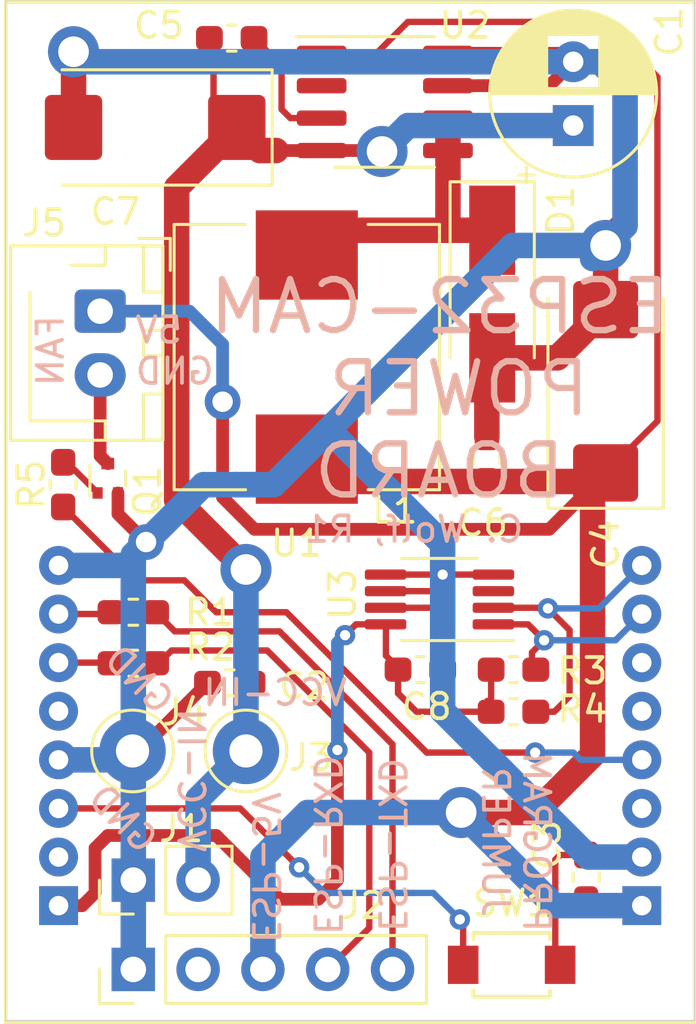
<source format=kicad_pcb>
(kicad_pcb (version 20171130) (host pcbnew "(5.1.6)-1")

  (general
    (thickness 1.6)
    (drawings 16)
    (tracks 229)
    (zones 0)
    (modules 25)
    (nets 25)
  )

  (page A4)
  (layers
    (0 F.Cu signal)
    (31 B.Cu signal)
    (32 B.Adhes user hide)
    (33 F.Adhes user hide)
    (34 B.Paste user hide)
    (35 F.Paste user hide)
    (36 B.SilkS user)
    (37 F.SilkS user)
    (38 B.Mask user hide)
    (39 F.Mask user hide)
    (40 Dwgs.User user hide)
    (41 Cmts.User user hide)
    (42 Eco1.User user hide)
    (43 Eco2.User user hide)
    (44 Edge.Cuts user hide)
    (45 Margin user hide)
    (46 B.CrtYd user hide)
    (47 F.CrtYd user hide)
    (48 B.Fab user hide)
    (49 F.Fab user hide)
  )

  (setup
    (last_trace_width 0.25)
    (user_trace_width 0.25)
    (user_trace_width 0.5)
    (user_trace_width 1)
    (user_trace_width 1.5)
    (user_trace_width 2.5)
    (trace_clearance 0.2)
    (zone_clearance 0.508)
    (zone_45_only no)
    (trace_min 0.2)
    (via_size 0.8)
    (via_drill 0.4)
    (via_min_size 0.4)
    (via_min_drill 0.3)
    (uvia_size 0.3)
    (uvia_drill 0.1)
    (uvias_allowed no)
    (uvia_min_size 0.2)
    (uvia_min_drill 0.1)
    (edge_width 0.05)
    (segment_width 0.2)
    (pcb_text_width 0.3)
    (pcb_text_size 1.5 1.5)
    (mod_edge_width 0.12)
    (mod_text_size 1 1)
    (mod_text_width 0.15)
    (pad_size 1.524 1.524)
    (pad_drill 0.762)
    (pad_to_mask_clearance 0.05)
    (aux_axis_origin 0 0)
    (visible_elements 7FFFFFFF)
    (pcbplotparams
      (layerselection 0x010fc_ffffffff)
      (usegerberextensions false)
      (usegerberattributes true)
      (usegerberadvancedattributes true)
      (creategerberjobfile true)
      (excludeedgelayer true)
      (linewidth 0.100000)
      (plotframeref false)
      (viasonmask false)
      (mode 1)
      (useauxorigin false)
      (hpglpennumber 1)
      (hpglpenspeed 20)
      (hpglpendiameter 15.000000)
      (psnegative false)
      (psa4output false)
      (plotreference true)
      (plotvalue true)
      (plotinvisibletext false)
      (padsonsilk false)
      (subtractmaskfromsilk false)
      (outputformat 1)
      (mirror false)
      (drillshape 0)
      (scaleselection 1)
      (outputdirectory "Gerbers"))
  )

  (net 0 "")
  (net 1 VCC)
  (net 2 GND)
  (net 3 +5V)
  (net 4 "Net-(J2-Pad2)")
  (net 5 "Net-(R1-Pad2)")
  (net 6 "Net-(R2-Pad2)")
  (net 7 "Net-(U1-Pad12)")
  (net 8 "Net-(U1-Pad15)")
  (net 9 "Net-(U1-Pad3)")
  (net 10 "Net-(U1-Pad5)")
  (net 11 "Net-(U1-Pad6)")
  (net 12 /TXD)
  (net 13 /RXD)
  (net 14 /PROG)
  (net 15 "Net-(C5-Pad2)")
  (net 16 "Net-(D1-Pad1)")
  (net 17 "Net-(U2-Pad2)")
  (net 18 +3V3)
  (net 19 "Net-(R3-Pad1)")
  (net 20 "Net-(R4-Pad1)")
  (net 21 "Net-(U3-Pad3)")
  (net 22 "Net-(J5-Pad2)")
  (net 23 "Net-(Q1-Pad1)")
  (net 24 "Net-(R5-Pad1)")

  (net_class Default "This is the default net class."
    (clearance 0.2)
    (trace_width 0.25)
    (via_dia 0.8)
    (via_drill 0.4)
    (uvia_dia 0.3)
    (uvia_drill 0.1)
    (add_net +3V3)
    (add_net +5V)
    (add_net /PROG)
    (add_net /RXD)
    (add_net /TXD)
    (add_net GND)
    (add_net "Net-(C5-Pad2)")
    (add_net "Net-(D1-Pad1)")
    (add_net "Net-(J2-Pad2)")
    (add_net "Net-(J5-Pad2)")
    (add_net "Net-(Q1-Pad1)")
    (add_net "Net-(R1-Pad2)")
    (add_net "Net-(R2-Pad2)")
    (add_net "Net-(R3-Pad1)")
    (add_net "Net-(R4-Pad1)")
    (add_net "Net-(R5-Pad1)")
    (add_net "Net-(U1-Pad12)")
    (add_net "Net-(U1-Pad15)")
    (add_net "Net-(U1-Pad3)")
    (add_net "Net-(U1-Pad5)")
    (add_net "Net-(U1-Pad6)")
    (add_net "Net-(U2-Pad2)")
    (add_net "Net-(U3-Pad3)")
    (add_net VCC)
  )

  (module Resistor_SMD:R_0603_1608Metric_Pad1.05x0.95mm_HandSolder (layer F.Cu) (tedit 5B301BBD) (tstamp 5F54EAD6)
    (at 74.75 120.5 90)
    (descr "Resistor SMD 0603 (1608 Metric), square (rectangular) end terminal, IPC_7351 nominal with elongated pad for handsoldering. (Body size source: http://www.tortai-tech.com/upload/download/2011102023233369053.pdf), generated with kicad-footprint-generator")
    (tags "resistor handsolder")
    (path /5F5DF44F)
    (attr smd)
    (fp_text reference R5 (at 0 -1.25 90) (layer F.SilkS)
      (effects (font (size 1 1) (thickness 0.15)))
    )
    (fp_text value 1K (at 0 1.43 90) (layer F.Fab)
      (effects (font (size 1 1) (thickness 0.15)))
    )
    (fp_line (start -0.8 0.4) (end -0.8 -0.4) (layer F.Fab) (width 0.1))
    (fp_line (start -0.8 -0.4) (end 0.8 -0.4) (layer F.Fab) (width 0.1))
    (fp_line (start 0.8 -0.4) (end 0.8 0.4) (layer F.Fab) (width 0.1))
    (fp_line (start 0.8 0.4) (end -0.8 0.4) (layer F.Fab) (width 0.1))
    (fp_line (start -0.171267 -0.51) (end 0.171267 -0.51) (layer F.SilkS) (width 0.12))
    (fp_line (start -0.171267 0.51) (end 0.171267 0.51) (layer F.SilkS) (width 0.12))
    (fp_line (start -1.65 0.73) (end -1.65 -0.73) (layer F.CrtYd) (width 0.05))
    (fp_line (start -1.65 -0.73) (end 1.65 -0.73) (layer F.CrtYd) (width 0.05))
    (fp_line (start 1.65 -0.73) (end 1.65 0.73) (layer F.CrtYd) (width 0.05))
    (fp_line (start 1.65 0.73) (end -1.65 0.73) (layer F.CrtYd) (width 0.05))
    (fp_text user %R (at 0 0 90) (layer F.Fab)
      (effects (font (size 0.4 0.4) (thickness 0.06)))
    )
    (pad 2 smd roundrect (at 0.875 0 90) (size 1.05 0.95) (layers F.Cu F.Paste F.Mask) (roundrect_rratio 0.25)
      (net 23 "Net-(Q1-Pad1)"))
    (pad 1 smd roundrect (at -0.875 0 90) (size 1.05 0.95) (layers F.Cu F.Paste F.Mask) (roundrect_rratio 0.25)
      (net 24 "Net-(R5-Pad1)"))
    (model ${KISYS3DMOD}/Resistor_SMD.3dshapes/R_0603_1608Metric.wrl
      (at (xyz 0 0 0))
      (scale (xyz 1 1 1))
      (rotate (xyz 0 0 0))
    )
  )

  (module Package_TO_SOT_SMD:SOT-723 (layer F.Cu) (tedit 5A29D5F9) (tstamp 5F54EA45)
    (at 76.5 120.25 90)
    (descr http://toshiba.semicon-storage.com/info/docget.jsp?did=5879&prodName=RN1104MFV)
    (tags "sot 723")
    (path /5F5DE1E4)
    (attr smd)
    (fp_text reference Q1 (at -0.5 1.55 90) (layer F.SilkS)
      (effects (font (size 1 1) (thickness 0.15)))
    )
    (fp_text value RUM002N05T2LCT-ND (at 0 1.75 90) (layer F.Fab)
      (effects (font (size 1 1) (thickness 0.15)))
    )
    (fp_line (start 0.4 -0.6) (end 0.4 0.6) (layer F.Fab) (width 0.1))
    (fp_line (start 0.4 0.6) (end -0.4 0.6) (layer F.Fab) (width 0.1))
    (fp_line (start -0.4 0.6) (end -0.4 -0.3) (layer F.Fab) (width 0.1))
    (fp_line (start -0.4 -0.3) (end -0.1 -0.6) (layer F.Fab) (width 0.1))
    (fp_line (start -0.1 -0.6) (end 0.4 -0.6) (layer F.Fab) (width 0.1))
    (fp_line (start 0.5 -0.7) (end -0.7 -0.7) (layer F.SilkS) (width 0.12))
    (fp_line (start -0.7 -0.7) (end -0.7 -0.7) (layer F.SilkS) (width 0.12))
    (fp_line (start 0.3 0.7) (end -0.3 0.7) (layer F.SilkS) (width 0.12))
    (fp_line (start -0.9 -0.9) (end 0.9 -0.9) (layer F.CrtYd) (width 0.05))
    (fp_line (start 0.9 -0.9) (end 0.9 0.9) (layer F.CrtYd) (width 0.05))
    (fp_line (start 0.9 0.9) (end -0.9 0.9) (layer F.CrtYd) (width 0.05))
    (fp_line (start -0.9 0.9) (end -0.9 -0.9) (layer F.CrtYd) (width 0.05))
    (fp_line (start -0.9 -0.9) (end -0.9 -0.9) (layer F.CrtYd) (width 0.05))
    (fp_text user %R (at 0 0) (layer F.Fab)
      (effects (font (size 0.2 0.2) (thickness 0.03)))
    )
    (pad 3 smd rect (at 0.575 0 90) (size 0.45 0.5) (layers F.Cu F.Paste F.Mask)
      (net 22 "Net-(J5-Pad2)"))
    (pad 2 smd rect (at -0.575 0.4 90) (size 0.45 0.4) (layers F.Cu F.Paste F.Mask)
      (net 2 GND))
    (pad 1 smd rect (at -0.575 -0.4 90) (size 0.45 0.4) (layers F.Cu F.Paste F.Mask)
      (net 23 "Net-(Q1-Pad1)"))
    (model ${KISYS3DMOD}/Package_TO_SOT_SMD.3dshapes/SOT-723.wrl
      (at (xyz 0 0 0))
      (scale (xyz 1 1 1))
      (rotate (xyz 0 0 0))
    )
  )

  (module Connector_JST:JST_XH_B2B-XH-AM_1x02_P2.50mm_Vertical (layer F.Cu) (tedit 5C28146E) (tstamp 5F54EA08)
    (at 76.2 113.7 270)
    (descr "JST XH series connector, B2B-XH-AM, with boss (http://www.jst-mfg.com/product/pdf/eng/eXH.pdf), generated with kicad-footprint-generator")
    (tags "connector JST XH vertical boss")
    (path /5F5D8997)
    (fp_text reference J5 (at -3.45 2.2 180) (layer F.SilkS)
      (effects (font (size 1 1) (thickness 0.15)))
    )
    (fp_text value Conn_01x02 (at 1.25 4.6 90) (layer F.Fab)
      (effects (font (size 1 1) (thickness 0.15)))
    )
    (fp_line (start -2.45 -2.35) (end -2.45 3.4) (layer F.Fab) (width 0.1))
    (fp_line (start -2.45 3.4) (end 4.95 3.4) (layer F.Fab) (width 0.1))
    (fp_line (start 4.95 3.4) (end 4.95 -2.35) (layer F.Fab) (width 0.1))
    (fp_line (start 4.95 -2.35) (end -2.45 -2.35) (layer F.Fab) (width 0.1))
    (fp_line (start -2.56 -2.46) (end -2.56 3.51) (layer F.SilkS) (width 0.12))
    (fp_line (start -2.56 3.51) (end 5.06 3.51) (layer F.SilkS) (width 0.12))
    (fp_line (start 5.06 3.51) (end 5.06 -2.46) (layer F.SilkS) (width 0.12))
    (fp_line (start 5.06 -2.46) (end -2.56 -2.46) (layer F.SilkS) (width 0.12))
    (fp_line (start -2.95 -2.85) (end -2.95 3.9) (layer F.CrtYd) (width 0.05))
    (fp_line (start -2.95 3.9) (end 5.45 3.9) (layer F.CrtYd) (width 0.05))
    (fp_line (start 5.45 3.9) (end 5.45 -2.85) (layer F.CrtYd) (width 0.05))
    (fp_line (start 5.45 -2.85) (end -2.95 -2.85) (layer F.CrtYd) (width 0.05))
    (fp_line (start -0.625 -2.35) (end 0 -1.35) (layer F.Fab) (width 0.1))
    (fp_line (start 0 -1.35) (end 0.625 -2.35) (layer F.Fab) (width 0.1))
    (fp_line (start 0.75 -2.45) (end 0.75 -1.7) (layer F.SilkS) (width 0.12))
    (fp_line (start 0.75 -1.7) (end 1.75 -1.7) (layer F.SilkS) (width 0.12))
    (fp_line (start 1.75 -1.7) (end 1.75 -2.45) (layer F.SilkS) (width 0.12))
    (fp_line (start 1.75 -2.45) (end 0.75 -2.45) (layer F.SilkS) (width 0.12))
    (fp_line (start -2.55 -2.45) (end -2.55 -1.7) (layer F.SilkS) (width 0.12))
    (fp_line (start -2.55 -1.7) (end -0.75 -1.7) (layer F.SilkS) (width 0.12))
    (fp_line (start -0.75 -1.7) (end -0.75 -2.45) (layer F.SilkS) (width 0.12))
    (fp_line (start -0.75 -2.45) (end -2.55 -2.45) (layer F.SilkS) (width 0.12))
    (fp_line (start 3.25 -2.45) (end 3.25 -1.7) (layer F.SilkS) (width 0.12))
    (fp_line (start 3.25 -1.7) (end 5.05 -1.7) (layer F.SilkS) (width 0.12))
    (fp_line (start 5.05 -1.7) (end 5.05 -2.45) (layer F.SilkS) (width 0.12))
    (fp_line (start 5.05 -2.45) (end 3.25 -2.45) (layer F.SilkS) (width 0.12))
    (fp_line (start -2.55 -0.2) (end -1.8 -0.2) (layer F.SilkS) (width 0.12))
    (fp_line (start -1.8 -0.2) (end -1.8 1.14) (layer F.SilkS) (width 0.12))
    (fp_line (start 1.25 2.75) (end -0.74 2.75) (layer F.SilkS) (width 0.12))
    (fp_line (start 5.05 -0.2) (end 4.3 -0.2) (layer F.SilkS) (width 0.12))
    (fp_line (start 4.3 -0.2) (end 4.3 2.75) (layer F.SilkS) (width 0.12))
    (fp_line (start 4.3 2.75) (end 1.25 2.75) (layer F.SilkS) (width 0.12))
    (fp_line (start -1.6 -2.75) (end -2.85 -2.75) (layer F.SilkS) (width 0.12))
    (fp_line (start -2.85 -2.75) (end -2.85 -1.5) (layer F.SilkS) (width 0.12))
    (fp_text user %R (at 1.25 2.7 90) (layer F.Fab)
      (effects (font (size 1 1) (thickness 0.15)))
    )
    (pad "" np_thru_hole circle (at -1.6 2 270) (size 1.2 1.2) (drill 1.2) (layers *.Cu *.Mask))
    (pad 2 thru_hole oval (at 2.5 0 270) (size 1.7 2) (drill 1) (layers *.Cu *.Mask)
      (net 22 "Net-(J5-Pad2)"))
    (pad 1 thru_hole roundrect (at 0 0 270) (size 1.7 2) (drill 1) (layers *.Cu *.Mask) (roundrect_rratio 0.147059)
      (net 3 +5V))
    (model ${KISYS3DMOD}/Connector_JST.3dshapes/JST_XH_B2B-XH-AM_1x02_P2.50mm_Vertical.wrl
      (at (xyz 0 0 0))
      (scale (xyz 1 1 1))
      (rotate (xyz 0 0 0))
    )
  )

  (module Package_SO:MSOP-8_3x3mm_P0.65mm (layer F.Cu) (tedit 5E509FDD) (tstamp 5F54BC70)
    (at 89.5 125 180)
    (descr "MSOP, 8 Pin (https://www.jedec.org/system/files/docs/mo-187F.pdf variant AA), generated with kicad-footprint-generator ipc_gullwing_generator.py")
    (tags "MSOP SO")
    (path /5F57294C)
    (attr smd)
    (fp_text reference U3 (at 3.8 0.2 90) (layer F.SilkS)
      (effects (font (size 1 1) (thickness 0.15)))
    )
    (fp_text value LM75B (at 0 2.45) (layer F.Fab)
      (effects (font (size 1 1) (thickness 0.15)))
    )
    (fp_line (start 0 1.61) (end 1.5 1.61) (layer F.SilkS) (width 0.12))
    (fp_line (start 0 1.61) (end -1.5 1.61) (layer F.SilkS) (width 0.12))
    (fp_line (start 0 -1.61) (end 1.5 -1.61) (layer F.SilkS) (width 0.12))
    (fp_line (start 0 -1.61) (end -2.925 -1.61) (layer F.SilkS) (width 0.12))
    (fp_line (start -0.75 -1.5) (end 1.5 -1.5) (layer F.Fab) (width 0.1))
    (fp_line (start 1.5 -1.5) (end 1.5 1.5) (layer F.Fab) (width 0.1))
    (fp_line (start 1.5 1.5) (end -1.5 1.5) (layer F.Fab) (width 0.1))
    (fp_line (start -1.5 1.5) (end -1.5 -0.75) (layer F.Fab) (width 0.1))
    (fp_line (start -1.5 -0.75) (end -0.75 -1.5) (layer F.Fab) (width 0.1))
    (fp_line (start -3.18 -1.75) (end -3.18 1.75) (layer F.CrtYd) (width 0.05))
    (fp_line (start -3.18 1.75) (end 3.18 1.75) (layer F.CrtYd) (width 0.05))
    (fp_line (start 3.18 1.75) (end 3.18 -1.75) (layer F.CrtYd) (width 0.05))
    (fp_line (start 3.18 -1.75) (end -3.18 -1.75) (layer F.CrtYd) (width 0.05))
    (fp_text user %R (at 0 0) (layer F.Fab)
      (effects (font (size 0.75 0.75) (thickness 0.11)))
    )
    (pad 8 smd roundrect (at 2.1125 -0.975 180) (size 1.625 0.4) (layers F.Cu F.Paste F.Mask) (roundrect_rratio 0.25)
      (net 18 +3V3))
    (pad 7 smd roundrect (at 2.1125 -0.325 180) (size 1.625 0.4) (layers F.Cu F.Paste F.Mask) (roundrect_rratio 0.25)
      (net 2 GND))
    (pad 6 smd roundrect (at 2.1125 0.325 180) (size 1.625 0.4) (layers F.Cu F.Paste F.Mask) (roundrect_rratio 0.25)
      (net 2 GND))
    (pad 5 smd roundrect (at 2.1125 0.975 180) (size 1.625 0.4) (layers F.Cu F.Paste F.Mask) (roundrect_rratio 0.25)
      (net 2 GND))
    (pad 4 smd roundrect (at -2.1125 0.975 180) (size 1.625 0.4) (layers F.Cu F.Paste F.Mask) (roundrect_rratio 0.25)
      (net 2 GND))
    (pad 3 smd roundrect (at -2.1125 0.325 180) (size 1.625 0.4) (layers F.Cu F.Paste F.Mask) (roundrect_rratio 0.25)
      (net 21 "Net-(U3-Pad3)"))
    (pad 2 smd roundrect (at -2.1125 -0.325 180) (size 1.625 0.4) (layers F.Cu F.Paste F.Mask) (roundrect_rratio 0.25)
      (net 20 "Net-(R4-Pad1)"))
    (pad 1 smd roundrect (at -2.1125 -0.975 180) (size 1.625 0.4) (layers F.Cu F.Paste F.Mask) (roundrect_rratio 0.25)
      (net 19 "Net-(R3-Pad1)"))
    (model ${KISYS3DMOD}/Package_SO.3dshapes/MSOP-8_3x3mm_P0.65mm.wrl
      (at (xyz 0 0 0))
      (scale (xyz 1 1 1))
      (rotate (xyz 0 0 0))
    )
  )

  (module Resistor_SMD:R_0603_1608Metric_Pad1.05x0.95mm_HandSolder (layer F.Cu) (tedit 5B301BBD) (tstamp 5F54BF02)
    (at 92.4 129.4 180)
    (descr "Resistor SMD 0603 (1608 Metric), square (rectangular) end terminal, IPC_7351 nominal with elongated pad for handsoldering. (Body size source: http://www.tortai-tech.com/upload/download/2011102023233369053.pdf), generated with kicad-footprint-generator")
    (tags "resistor handsolder")
    (path /5F593A71)
    (attr smd)
    (fp_text reference R4 (at -2.7 0.1) (layer F.SilkS)
      (effects (font (size 1 1) (thickness 0.15)))
    )
    (fp_text value 4.7K (at 0 1.43) (layer F.Fab)
      (effects (font (size 1 1) (thickness 0.15)))
    )
    (fp_line (start -0.8 0.4) (end -0.8 -0.4) (layer F.Fab) (width 0.1))
    (fp_line (start -0.8 -0.4) (end 0.8 -0.4) (layer F.Fab) (width 0.1))
    (fp_line (start 0.8 -0.4) (end 0.8 0.4) (layer F.Fab) (width 0.1))
    (fp_line (start 0.8 0.4) (end -0.8 0.4) (layer F.Fab) (width 0.1))
    (fp_line (start -0.171267 -0.51) (end 0.171267 -0.51) (layer F.SilkS) (width 0.12))
    (fp_line (start -0.171267 0.51) (end 0.171267 0.51) (layer F.SilkS) (width 0.12))
    (fp_line (start -1.65 0.73) (end -1.65 -0.73) (layer F.CrtYd) (width 0.05))
    (fp_line (start -1.65 -0.73) (end 1.65 -0.73) (layer F.CrtYd) (width 0.05))
    (fp_line (start 1.65 -0.73) (end 1.65 0.73) (layer F.CrtYd) (width 0.05))
    (fp_line (start 1.65 0.73) (end -1.65 0.73) (layer F.CrtYd) (width 0.05))
    (fp_text user %R (at 0 0) (layer F.Fab)
      (effects (font (size 0.4 0.4) (thickness 0.06)))
    )
    (pad 2 smd roundrect (at 0.875 0 180) (size 1.05 0.95) (layers F.Cu F.Paste F.Mask) (roundrect_rratio 0.25)
      (net 18 +3V3))
    (pad 1 smd roundrect (at -0.875 0 180) (size 1.05 0.95) (layers F.Cu F.Paste F.Mask) (roundrect_rratio 0.25)
      (net 20 "Net-(R4-Pad1)"))
    (model ${KISYS3DMOD}/Resistor_SMD.3dshapes/R_0603_1608Metric.wrl
      (at (xyz 0 0 0))
      (scale (xyz 1 1 1))
      (rotate (xyz 0 0 0))
    )
  )

  (module Resistor_SMD:R_0603_1608Metric_Pad1.05x0.95mm_HandSolder (layer F.Cu) (tedit 5B301BBD) (tstamp 5F54AEA6)
    (at 92.4 127.75 180)
    (descr "Resistor SMD 0603 (1608 Metric), square (rectangular) end terminal, IPC_7351 nominal with elongated pad for handsoldering. (Body size source: http://www.tortai-tech.com/upload/download/2011102023233369053.pdf), generated with kicad-footprint-generator")
    (tags "resistor handsolder")
    (path /5F59193B)
    (attr smd)
    (fp_text reference R3 (at -2.7 -0.05) (layer F.SilkS)
      (effects (font (size 1 1) (thickness 0.15)))
    )
    (fp_text value 4.7K (at 0 1.43) (layer F.Fab)
      (effects (font (size 1 1) (thickness 0.15)))
    )
    (fp_line (start -0.8 0.4) (end -0.8 -0.4) (layer F.Fab) (width 0.1))
    (fp_line (start -0.8 -0.4) (end 0.8 -0.4) (layer F.Fab) (width 0.1))
    (fp_line (start 0.8 -0.4) (end 0.8 0.4) (layer F.Fab) (width 0.1))
    (fp_line (start 0.8 0.4) (end -0.8 0.4) (layer F.Fab) (width 0.1))
    (fp_line (start -0.171267 -0.51) (end 0.171267 -0.51) (layer F.SilkS) (width 0.12))
    (fp_line (start -0.171267 0.51) (end 0.171267 0.51) (layer F.SilkS) (width 0.12))
    (fp_line (start -1.65 0.73) (end -1.65 -0.73) (layer F.CrtYd) (width 0.05))
    (fp_line (start -1.65 -0.73) (end 1.65 -0.73) (layer F.CrtYd) (width 0.05))
    (fp_line (start 1.65 -0.73) (end 1.65 0.73) (layer F.CrtYd) (width 0.05))
    (fp_line (start 1.65 0.73) (end -1.65 0.73) (layer F.CrtYd) (width 0.05))
    (fp_text user %R (at 0 0) (layer F.Fab)
      (effects (font (size 0.4 0.4) (thickness 0.06)))
    )
    (pad 2 smd roundrect (at 0.875 0 180) (size 1.05 0.95) (layers F.Cu F.Paste F.Mask) (roundrect_rratio 0.25)
      (net 18 +3V3))
    (pad 1 smd roundrect (at -0.875 0 180) (size 1.05 0.95) (layers F.Cu F.Paste F.Mask) (roundrect_rratio 0.25)
      (net 19 "Net-(R3-Pad1)"))
    (model ${KISYS3DMOD}/Resistor_SMD.3dshapes/R_0603_1608Metric.wrl
      (at (xyz 0 0 0))
      (scale (xyz 1 1 1))
      (rotate (xyz 0 0 0))
    )
  )

  (module Capacitor_SMD:C_0603_1608Metric_Pad1.05x0.95mm_HandSolder (layer F.Cu) (tedit 5B301BBE) (tstamp 5F54D323)
    (at 88.75 127.75)
    (descr "Capacitor SMD 0603 (1608 Metric), square (rectangular) end terminal, IPC_7351 nominal with elongated pad for handsoldering. (Body size source: http://www.tortai-tech.com/upload/download/2011102023233369053.pdf), generated with kicad-footprint-generator")
    (tags "capacitor handsolder")
    (path /5F573AEE)
    (attr smd)
    (fp_text reference C8 (at 0.25 1.45) (layer F.SilkS)
      (effects (font (size 1 1) (thickness 0.15)))
    )
    (fp_text value "0.1 uF" (at 0 1.43) (layer F.Fab)
      (effects (font (size 1 1) (thickness 0.15)))
    )
    (fp_line (start -0.8 0.4) (end -0.8 -0.4) (layer F.Fab) (width 0.1))
    (fp_line (start -0.8 -0.4) (end 0.8 -0.4) (layer F.Fab) (width 0.1))
    (fp_line (start 0.8 -0.4) (end 0.8 0.4) (layer F.Fab) (width 0.1))
    (fp_line (start 0.8 0.4) (end -0.8 0.4) (layer F.Fab) (width 0.1))
    (fp_line (start -0.171267 -0.51) (end 0.171267 -0.51) (layer F.SilkS) (width 0.12))
    (fp_line (start -0.171267 0.51) (end 0.171267 0.51) (layer F.SilkS) (width 0.12))
    (fp_line (start -1.65 0.73) (end -1.65 -0.73) (layer F.CrtYd) (width 0.05))
    (fp_line (start -1.65 -0.73) (end 1.65 -0.73) (layer F.CrtYd) (width 0.05))
    (fp_line (start 1.65 -0.73) (end 1.65 0.73) (layer F.CrtYd) (width 0.05))
    (fp_line (start 1.65 0.73) (end -1.65 0.73) (layer F.CrtYd) (width 0.05))
    (fp_text user %R (at 0 0) (layer F.Fab)
      (effects (font (size 0.4 0.4) (thickness 0.06)))
    )
    (pad 2 smd roundrect (at 0.875 0) (size 1.05 0.95) (layers F.Cu F.Paste F.Mask) (roundrect_rratio 0.25)
      (net 2 GND))
    (pad 1 smd roundrect (at -0.875 0) (size 1.05 0.95) (layers F.Cu F.Paste F.Mask) (roundrect_rratio 0.25)
      (net 18 +3V3))
    (model ${KISYS3DMOD}/Capacitor_SMD.3dshapes/C_0603_1608Metric.wrl
      (at (xyz 0 0 0))
      (scale (xyz 1 1 1))
      (rotate (xyz 0 0 0))
    )
  )

  (module custom:K2-1823SA-A4DW-06 (layer F.Cu) (tedit 5F535287) (tstamp 5F53724B)
    (at 92.329 139.319)
    (descr "Korean Hroparts Elec K2-1823SA-A4DW-06 RA SMT Push-Button Switch")
    (path /5F52A2AF)
    (fp_text reference SW1 (at 0 -2.413) (layer F.SilkS)
      (effects (font (size 1 1) (thickness 0.15)))
    )
    (fp_text value SW_Push (at 0 -3.175) (layer F.Fab)
      (effects (font (size 1 1) (thickness 0.15)))
    )
    (fp_line (start -1.5 1.25) (end 1.5 1.25) (layer F.SilkS) (width 0.15))
    (fp_line (start 1.5 1.25) (end 1.5 1) (layer F.SilkS) (width 0.15))
    (fp_line (start -1.5 1.25) (end -1.5 1) (layer F.SilkS) (width 0.15))
    (fp_line (start -1.5 -1) (end -1.5 -1.25) (layer F.SilkS) (width 0.15))
    (fp_line (start -1.5 -1.25) (end 1.5 -1.25) (layer F.SilkS) (width 0.15))
    (fp_line (start 1.5 -1.25) (end 1.5 -1) (layer F.SilkS) (width 0.15))
    (fp_line (start -0.75 1.25) (end -0.75 2) (layer Dwgs.User) (width 0.12))
    (fp_line (start -0.75 2) (end 0.75 2) (layer Dwgs.User) (width 0.12))
    (fp_line (start 0.75 2) (end 0.75 1.25) (layer Dwgs.User) (width 0.12))
    (pad 2 smd rect (at 1.9 0) (size 1.2 1.5) (layers F.Cu F.Paste F.Mask)
      (net 2 GND))
    (pad 1 smd rect (at -1.9 0) (size 1.2 1.5) (layers F.Cu F.Paste F.Mask)
      (net 14 /PROG))
    (pad "" np_thru_hole circle (at 0 0) (size 0.7 0.7) (drill 0.7) (layers *.Cu *.Mask))
  )

  (module Capacitor_Tantalum_SMD:CP_EIA-7343-20_Kemet-V_Pad2.25x2.55mm_HandSolder (layer F.Cu) (tedit 5B301BBE) (tstamp 5F53A1EA)
    (at 78.357 106.5 180)
    (descr "Tantalum Capacitor SMD Kemet-V (7343-20 Metric), IPC_7351 nominal, (Body size from: http://www.kemet.com/Lists/ProductCatalog/Attachments/253/KEM_TC101_STD.pdf), generated with kicad-footprint-generator")
    (tags "capacitor tantalum")
    (path /5F5C3C2C)
    (attr smd)
    (fp_text reference C7 (at 1.557 -3.3) (layer F.SilkS)
      (effects (font (size 1 1) (thickness 0.15)))
    )
    (fp_text value 47uF (at 0 3.1) (layer F.Fab)
      (effects (font (size 1 1) (thickness 0.15)))
    )
    (fp_line (start 3.65 -2.15) (end -2.65 -2.15) (layer F.Fab) (width 0.1))
    (fp_line (start -2.65 -2.15) (end -3.65 -1.15) (layer F.Fab) (width 0.1))
    (fp_line (start -3.65 -1.15) (end -3.65 2.15) (layer F.Fab) (width 0.1))
    (fp_line (start -3.65 2.15) (end 3.65 2.15) (layer F.Fab) (width 0.1))
    (fp_line (start 3.65 2.15) (end 3.65 -2.15) (layer F.Fab) (width 0.1))
    (fp_line (start 3.65 -2.26) (end -4.585 -2.26) (layer F.SilkS) (width 0.12))
    (fp_line (start -4.585 -2.26) (end -4.585 2.26) (layer F.SilkS) (width 0.12))
    (fp_line (start -4.585 2.26) (end 3.65 2.26) (layer F.SilkS) (width 0.12))
    (fp_line (start -4.58 2.4) (end -4.58 -2.4) (layer F.CrtYd) (width 0.05))
    (fp_line (start -4.58 -2.4) (end 4.58 -2.4) (layer F.CrtYd) (width 0.05))
    (fp_line (start 4.58 -2.4) (end 4.58 2.4) (layer F.CrtYd) (width 0.05))
    (fp_line (start 4.58 2.4) (end -4.58 2.4) (layer F.CrtYd) (width 0.05))
    (fp_text user %R (at 0 0) (layer F.Fab)
      (effects (font (size 1 1) (thickness 0.15)))
    )
    (pad 2 smd roundrect (at 3.2 0 180) (size 2.25 2.55) (layers F.Cu F.Paste F.Mask) (roundrect_rratio 0.111111)
      (net 2 GND))
    (pad 1 smd roundrect (at -3.2 0 180) (size 2.25 2.55) (layers F.Cu F.Paste F.Mask) (roundrect_rratio 0.111111)
      (net 1 VCC))
    (model ${KISYS3DMOD}/Capacitor_Tantalum_SMD.3dshapes/CP_EIA-7343-20_Kemet-V.wrl
      (at (xyz 0 0 0))
      (scale (xyz 1 1 1))
      (rotate (xyz 0 0 0))
    )
  )

  (module Capacitor_THT:CP_Radial_D6.3mm_P2.50mm (layer F.Cu) (tedit 5AE50EF0) (tstamp 5F538220)
    (at 94.742 106.426 90)
    (descr "CP, Radial series, Radial, pin pitch=2.50mm, , diameter=6.3mm, Electrolytic Capacitor")
    (tags "CP Radial series Radial pin pitch 2.50mm  diameter 6.3mm Electrolytic Capacitor")
    (path /5F5409F2)
    (fp_text reference C1 (at 3.676 3.758 90) (layer F.SilkS)
      (effects (font (size 1 1) (thickness 0.15)))
    )
    (fp_text value 47uF (at 1.25 4.4 90) (layer F.Fab)
      (effects (font (size 1 1) (thickness 0.15)))
    )
    (fp_circle (center 1.25 0) (end 4.4 0) (layer F.Fab) (width 0.1))
    (fp_circle (center 1.25 0) (end 4.52 0) (layer F.SilkS) (width 0.12))
    (fp_circle (center 1.25 0) (end 4.65 0) (layer F.CrtYd) (width 0.05))
    (fp_line (start -1.443972 -1.3735) (end -0.813972 -1.3735) (layer F.Fab) (width 0.1))
    (fp_line (start -1.128972 -1.6885) (end -1.128972 -1.0585) (layer F.Fab) (width 0.1))
    (fp_line (start 1.25 -3.23) (end 1.25 3.23) (layer F.SilkS) (width 0.12))
    (fp_line (start 1.29 -3.23) (end 1.29 3.23) (layer F.SilkS) (width 0.12))
    (fp_line (start 1.33 -3.23) (end 1.33 3.23) (layer F.SilkS) (width 0.12))
    (fp_line (start 1.37 -3.228) (end 1.37 3.228) (layer F.SilkS) (width 0.12))
    (fp_line (start 1.41 -3.227) (end 1.41 3.227) (layer F.SilkS) (width 0.12))
    (fp_line (start 1.45 -3.224) (end 1.45 3.224) (layer F.SilkS) (width 0.12))
    (fp_line (start 1.49 -3.222) (end 1.49 -1.04) (layer F.SilkS) (width 0.12))
    (fp_line (start 1.49 1.04) (end 1.49 3.222) (layer F.SilkS) (width 0.12))
    (fp_line (start 1.53 -3.218) (end 1.53 -1.04) (layer F.SilkS) (width 0.12))
    (fp_line (start 1.53 1.04) (end 1.53 3.218) (layer F.SilkS) (width 0.12))
    (fp_line (start 1.57 -3.215) (end 1.57 -1.04) (layer F.SilkS) (width 0.12))
    (fp_line (start 1.57 1.04) (end 1.57 3.215) (layer F.SilkS) (width 0.12))
    (fp_line (start 1.61 -3.211) (end 1.61 -1.04) (layer F.SilkS) (width 0.12))
    (fp_line (start 1.61 1.04) (end 1.61 3.211) (layer F.SilkS) (width 0.12))
    (fp_line (start 1.65 -3.206) (end 1.65 -1.04) (layer F.SilkS) (width 0.12))
    (fp_line (start 1.65 1.04) (end 1.65 3.206) (layer F.SilkS) (width 0.12))
    (fp_line (start 1.69 -3.201) (end 1.69 -1.04) (layer F.SilkS) (width 0.12))
    (fp_line (start 1.69 1.04) (end 1.69 3.201) (layer F.SilkS) (width 0.12))
    (fp_line (start 1.73 -3.195) (end 1.73 -1.04) (layer F.SilkS) (width 0.12))
    (fp_line (start 1.73 1.04) (end 1.73 3.195) (layer F.SilkS) (width 0.12))
    (fp_line (start 1.77 -3.189) (end 1.77 -1.04) (layer F.SilkS) (width 0.12))
    (fp_line (start 1.77 1.04) (end 1.77 3.189) (layer F.SilkS) (width 0.12))
    (fp_line (start 1.81 -3.182) (end 1.81 -1.04) (layer F.SilkS) (width 0.12))
    (fp_line (start 1.81 1.04) (end 1.81 3.182) (layer F.SilkS) (width 0.12))
    (fp_line (start 1.85 -3.175) (end 1.85 -1.04) (layer F.SilkS) (width 0.12))
    (fp_line (start 1.85 1.04) (end 1.85 3.175) (layer F.SilkS) (width 0.12))
    (fp_line (start 1.89 -3.167) (end 1.89 -1.04) (layer F.SilkS) (width 0.12))
    (fp_line (start 1.89 1.04) (end 1.89 3.167) (layer F.SilkS) (width 0.12))
    (fp_line (start 1.93 -3.159) (end 1.93 -1.04) (layer F.SilkS) (width 0.12))
    (fp_line (start 1.93 1.04) (end 1.93 3.159) (layer F.SilkS) (width 0.12))
    (fp_line (start 1.971 -3.15) (end 1.971 -1.04) (layer F.SilkS) (width 0.12))
    (fp_line (start 1.971 1.04) (end 1.971 3.15) (layer F.SilkS) (width 0.12))
    (fp_line (start 2.011 -3.141) (end 2.011 -1.04) (layer F.SilkS) (width 0.12))
    (fp_line (start 2.011 1.04) (end 2.011 3.141) (layer F.SilkS) (width 0.12))
    (fp_line (start 2.051 -3.131) (end 2.051 -1.04) (layer F.SilkS) (width 0.12))
    (fp_line (start 2.051 1.04) (end 2.051 3.131) (layer F.SilkS) (width 0.12))
    (fp_line (start 2.091 -3.121) (end 2.091 -1.04) (layer F.SilkS) (width 0.12))
    (fp_line (start 2.091 1.04) (end 2.091 3.121) (layer F.SilkS) (width 0.12))
    (fp_line (start 2.131 -3.11) (end 2.131 -1.04) (layer F.SilkS) (width 0.12))
    (fp_line (start 2.131 1.04) (end 2.131 3.11) (layer F.SilkS) (width 0.12))
    (fp_line (start 2.171 -3.098) (end 2.171 -1.04) (layer F.SilkS) (width 0.12))
    (fp_line (start 2.171 1.04) (end 2.171 3.098) (layer F.SilkS) (width 0.12))
    (fp_line (start 2.211 -3.086) (end 2.211 -1.04) (layer F.SilkS) (width 0.12))
    (fp_line (start 2.211 1.04) (end 2.211 3.086) (layer F.SilkS) (width 0.12))
    (fp_line (start 2.251 -3.074) (end 2.251 -1.04) (layer F.SilkS) (width 0.12))
    (fp_line (start 2.251 1.04) (end 2.251 3.074) (layer F.SilkS) (width 0.12))
    (fp_line (start 2.291 -3.061) (end 2.291 -1.04) (layer F.SilkS) (width 0.12))
    (fp_line (start 2.291 1.04) (end 2.291 3.061) (layer F.SilkS) (width 0.12))
    (fp_line (start 2.331 -3.047) (end 2.331 -1.04) (layer F.SilkS) (width 0.12))
    (fp_line (start 2.331 1.04) (end 2.331 3.047) (layer F.SilkS) (width 0.12))
    (fp_line (start 2.371 -3.033) (end 2.371 -1.04) (layer F.SilkS) (width 0.12))
    (fp_line (start 2.371 1.04) (end 2.371 3.033) (layer F.SilkS) (width 0.12))
    (fp_line (start 2.411 -3.018) (end 2.411 -1.04) (layer F.SilkS) (width 0.12))
    (fp_line (start 2.411 1.04) (end 2.411 3.018) (layer F.SilkS) (width 0.12))
    (fp_line (start 2.451 -3.002) (end 2.451 -1.04) (layer F.SilkS) (width 0.12))
    (fp_line (start 2.451 1.04) (end 2.451 3.002) (layer F.SilkS) (width 0.12))
    (fp_line (start 2.491 -2.986) (end 2.491 -1.04) (layer F.SilkS) (width 0.12))
    (fp_line (start 2.491 1.04) (end 2.491 2.986) (layer F.SilkS) (width 0.12))
    (fp_line (start 2.531 -2.97) (end 2.531 -1.04) (layer F.SilkS) (width 0.12))
    (fp_line (start 2.531 1.04) (end 2.531 2.97) (layer F.SilkS) (width 0.12))
    (fp_line (start 2.571 -2.952) (end 2.571 -1.04) (layer F.SilkS) (width 0.12))
    (fp_line (start 2.571 1.04) (end 2.571 2.952) (layer F.SilkS) (width 0.12))
    (fp_line (start 2.611 -2.934) (end 2.611 -1.04) (layer F.SilkS) (width 0.12))
    (fp_line (start 2.611 1.04) (end 2.611 2.934) (layer F.SilkS) (width 0.12))
    (fp_line (start 2.651 -2.916) (end 2.651 -1.04) (layer F.SilkS) (width 0.12))
    (fp_line (start 2.651 1.04) (end 2.651 2.916) (layer F.SilkS) (width 0.12))
    (fp_line (start 2.691 -2.896) (end 2.691 -1.04) (layer F.SilkS) (width 0.12))
    (fp_line (start 2.691 1.04) (end 2.691 2.896) (layer F.SilkS) (width 0.12))
    (fp_line (start 2.731 -2.876) (end 2.731 -1.04) (layer F.SilkS) (width 0.12))
    (fp_line (start 2.731 1.04) (end 2.731 2.876) (layer F.SilkS) (width 0.12))
    (fp_line (start 2.771 -2.856) (end 2.771 -1.04) (layer F.SilkS) (width 0.12))
    (fp_line (start 2.771 1.04) (end 2.771 2.856) (layer F.SilkS) (width 0.12))
    (fp_line (start 2.811 -2.834) (end 2.811 -1.04) (layer F.SilkS) (width 0.12))
    (fp_line (start 2.811 1.04) (end 2.811 2.834) (layer F.SilkS) (width 0.12))
    (fp_line (start 2.851 -2.812) (end 2.851 -1.04) (layer F.SilkS) (width 0.12))
    (fp_line (start 2.851 1.04) (end 2.851 2.812) (layer F.SilkS) (width 0.12))
    (fp_line (start 2.891 -2.79) (end 2.891 -1.04) (layer F.SilkS) (width 0.12))
    (fp_line (start 2.891 1.04) (end 2.891 2.79) (layer F.SilkS) (width 0.12))
    (fp_line (start 2.931 -2.766) (end 2.931 -1.04) (layer F.SilkS) (width 0.12))
    (fp_line (start 2.931 1.04) (end 2.931 2.766) (layer F.SilkS) (width 0.12))
    (fp_line (start 2.971 -2.742) (end 2.971 -1.04) (layer F.SilkS) (width 0.12))
    (fp_line (start 2.971 1.04) (end 2.971 2.742) (layer F.SilkS) (width 0.12))
    (fp_line (start 3.011 -2.716) (end 3.011 -1.04) (layer F.SilkS) (width 0.12))
    (fp_line (start 3.011 1.04) (end 3.011 2.716) (layer F.SilkS) (width 0.12))
    (fp_line (start 3.051 -2.69) (end 3.051 -1.04) (layer F.SilkS) (width 0.12))
    (fp_line (start 3.051 1.04) (end 3.051 2.69) (layer F.SilkS) (width 0.12))
    (fp_line (start 3.091 -2.664) (end 3.091 -1.04) (layer F.SilkS) (width 0.12))
    (fp_line (start 3.091 1.04) (end 3.091 2.664) (layer F.SilkS) (width 0.12))
    (fp_line (start 3.131 -2.636) (end 3.131 -1.04) (layer F.SilkS) (width 0.12))
    (fp_line (start 3.131 1.04) (end 3.131 2.636) (layer F.SilkS) (width 0.12))
    (fp_line (start 3.171 -2.607) (end 3.171 -1.04) (layer F.SilkS) (width 0.12))
    (fp_line (start 3.171 1.04) (end 3.171 2.607) (layer F.SilkS) (width 0.12))
    (fp_line (start 3.211 -2.578) (end 3.211 -1.04) (layer F.SilkS) (width 0.12))
    (fp_line (start 3.211 1.04) (end 3.211 2.578) (layer F.SilkS) (width 0.12))
    (fp_line (start 3.251 -2.548) (end 3.251 -1.04) (layer F.SilkS) (width 0.12))
    (fp_line (start 3.251 1.04) (end 3.251 2.548) (layer F.SilkS) (width 0.12))
    (fp_line (start 3.291 -2.516) (end 3.291 -1.04) (layer F.SilkS) (width 0.12))
    (fp_line (start 3.291 1.04) (end 3.291 2.516) (layer F.SilkS) (width 0.12))
    (fp_line (start 3.331 -2.484) (end 3.331 -1.04) (layer F.SilkS) (width 0.12))
    (fp_line (start 3.331 1.04) (end 3.331 2.484) (layer F.SilkS) (width 0.12))
    (fp_line (start 3.371 -2.45) (end 3.371 -1.04) (layer F.SilkS) (width 0.12))
    (fp_line (start 3.371 1.04) (end 3.371 2.45) (layer F.SilkS) (width 0.12))
    (fp_line (start 3.411 -2.416) (end 3.411 -1.04) (layer F.SilkS) (width 0.12))
    (fp_line (start 3.411 1.04) (end 3.411 2.416) (layer F.SilkS) (width 0.12))
    (fp_line (start 3.451 -2.38) (end 3.451 -1.04) (layer F.SilkS) (width 0.12))
    (fp_line (start 3.451 1.04) (end 3.451 2.38) (layer F.SilkS) (width 0.12))
    (fp_line (start 3.491 -2.343) (end 3.491 -1.04) (layer F.SilkS) (width 0.12))
    (fp_line (start 3.491 1.04) (end 3.491 2.343) (layer F.SilkS) (width 0.12))
    (fp_line (start 3.531 -2.305) (end 3.531 -1.04) (layer F.SilkS) (width 0.12))
    (fp_line (start 3.531 1.04) (end 3.531 2.305) (layer F.SilkS) (width 0.12))
    (fp_line (start 3.571 -2.265) (end 3.571 2.265) (layer F.SilkS) (width 0.12))
    (fp_line (start 3.611 -2.224) (end 3.611 2.224) (layer F.SilkS) (width 0.12))
    (fp_line (start 3.651 -2.182) (end 3.651 2.182) (layer F.SilkS) (width 0.12))
    (fp_line (start 3.691 -2.137) (end 3.691 2.137) (layer F.SilkS) (width 0.12))
    (fp_line (start 3.731 -2.092) (end 3.731 2.092) (layer F.SilkS) (width 0.12))
    (fp_line (start 3.771 -2.044) (end 3.771 2.044) (layer F.SilkS) (width 0.12))
    (fp_line (start 3.811 -1.995) (end 3.811 1.995) (layer F.SilkS) (width 0.12))
    (fp_line (start 3.851 -1.944) (end 3.851 1.944) (layer F.SilkS) (width 0.12))
    (fp_line (start 3.891 -1.89) (end 3.891 1.89) (layer F.SilkS) (width 0.12))
    (fp_line (start 3.931 -1.834) (end 3.931 1.834) (layer F.SilkS) (width 0.12))
    (fp_line (start 3.971 -1.776) (end 3.971 1.776) (layer F.SilkS) (width 0.12))
    (fp_line (start 4.011 -1.714) (end 4.011 1.714) (layer F.SilkS) (width 0.12))
    (fp_line (start 4.051 -1.65) (end 4.051 1.65) (layer F.SilkS) (width 0.12))
    (fp_line (start 4.091 -1.581) (end 4.091 1.581) (layer F.SilkS) (width 0.12))
    (fp_line (start 4.131 -1.509) (end 4.131 1.509) (layer F.SilkS) (width 0.12))
    (fp_line (start 4.171 -1.432) (end 4.171 1.432) (layer F.SilkS) (width 0.12))
    (fp_line (start 4.211 -1.35) (end 4.211 1.35) (layer F.SilkS) (width 0.12))
    (fp_line (start 4.251 -1.262) (end 4.251 1.262) (layer F.SilkS) (width 0.12))
    (fp_line (start 4.291 -1.165) (end 4.291 1.165) (layer F.SilkS) (width 0.12))
    (fp_line (start 4.331 -1.059) (end 4.331 1.059) (layer F.SilkS) (width 0.12))
    (fp_line (start 4.371 -0.94) (end 4.371 0.94) (layer F.SilkS) (width 0.12))
    (fp_line (start 4.411 -0.802) (end 4.411 0.802) (layer F.SilkS) (width 0.12))
    (fp_line (start 4.451 -0.633) (end 4.451 0.633) (layer F.SilkS) (width 0.12))
    (fp_line (start 4.491 -0.402) (end 4.491 0.402) (layer F.SilkS) (width 0.12))
    (fp_line (start -2.250241 -1.839) (end -1.620241 -1.839) (layer F.SilkS) (width 0.12))
    (fp_line (start -1.935241 -2.154) (end -1.935241 -1.524) (layer F.SilkS) (width 0.12))
    (fp_text user %R (at 1.25 0 90) (layer F.Fab)
      (effects (font (size 1 1) (thickness 0.15)))
    )
    (pad 2 thru_hole circle (at 2.5 0 90) (size 1.6 1.6) (drill 0.8) (layers *.Cu *.Mask)
      (net 2 GND))
    (pad 1 thru_hole rect (at 0 0 90) (size 1.6 1.6) (drill 0.8) (layers *.Cu *.Mask)
      (net 1 VCC))
    (model ${KISYS3DMOD}/Capacitor_THT.3dshapes/CP_Radial_D6.3mm_P2.50mm.wrl
      (at (xyz 0 0 0))
      (scale (xyz 1 1 1))
      (rotate (xyz 0 0 0))
    )
  )

  (module Capacitor_Tantalum_SMD:CP_EIA-7343-20_Kemet-V_Pad2.25x2.55mm_HandSolder (layer F.Cu) (tedit 5B301BBE) (tstamp 5F550781)
    (at 96.012 116.84 90)
    (descr "Tantalum Capacitor SMD Kemet-V (7343-20 Metric), IPC_7351 nominal, (Body size from: http://www.kemet.com/Lists/ProductCatalog/Attachments/253/KEM_TC101_STD.pdf), generated with kicad-footprint-generator")
    (tags "capacitor tantalum")
    (path /5F541A1E)
    (attr smd)
    (fp_text reference C4 (at -6 0 90) (layer F.SilkS)
      (effects (font (size 1 1) (thickness 0.15)))
    )
    (fp_text value 100uF (at 0 3.1 90) (layer F.Fab)
      (effects (font (size 1 1) (thickness 0.15)))
    )
    (fp_line (start 3.65 -2.15) (end -2.65 -2.15) (layer F.Fab) (width 0.1))
    (fp_line (start -2.65 -2.15) (end -3.65 -1.15) (layer F.Fab) (width 0.1))
    (fp_line (start -3.65 -1.15) (end -3.65 2.15) (layer F.Fab) (width 0.1))
    (fp_line (start -3.65 2.15) (end 3.65 2.15) (layer F.Fab) (width 0.1))
    (fp_line (start 3.65 2.15) (end 3.65 -2.15) (layer F.Fab) (width 0.1))
    (fp_line (start 3.65 -2.26) (end -4.585 -2.26) (layer F.SilkS) (width 0.12))
    (fp_line (start -4.585 -2.26) (end -4.585 2.26) (layer F.SilkS) (width 0.12))
    (fp_line (start -4.585 2.26) (end 3.65 2.26) (layer F.SilkS) (width 0.12))
    (fp_line (start -4.58 2.4) (end -4.58 -2.4) (layer F.CrtYd) (width 0.05))
    (fp_line (start -4.58 -2.4) (end 4.58 -2.4) (layer F.CrtYd) (width 0.05))
    (fp_line (start 4.58 -2.4) (end 4.58 2.4) (layer F.CrtYd) (width 0.05))
    (fp_line (start 4.58 2.4) (end -4.58 2.4) (layer F.CrtYd) (width 0.05))
    (fp_text user %R (at 0 0 90) (layer F.Fab)
      (effects (font (size 1 1) (thickness 0.15)))
    )
    (pad 2 smd roundrect (at 3.2 0 90) (size 2.25 2.55) (layers F.Cu F.Paste F.Mask) (roundrect_rratio 0.111111)
      (net 2 GND))
    (pad 1 smd roundrect (at -3.2 0 90) (size 2.25 2.55) (layers F.Cu F.Paste F.Mask) (roundrect_rratio 0.111111)
      (net 3 +5V))
    (model ${KISYS3DMOD}/Capacitor_Tantalum_SMD.3dshapes/CP_EIA-7343-20_Kemet-V.wrl
      (at (xyz 0 0 0))
      (scale (xyz 1 1 1))
      (rotate (xyz 0 0 0))
    )
  )

  (module Package_SO:SOIC-8_3.9x4.9mm_P1.27mm (layer F.Cu) (tedit 5D9F72B1) (tstamp 5F53A170)
    (at 87.357 105.5)
    (descr "SOIC, 8 Pin (JEDEC MS-012AA, https://www.analog.com/media/en/package-pcb-resources/package/pkg_pdf/soic_narrow-r/r_8.pdf), generated with kicad-footprint-generator ipc_gullwing_generator.py")
    (tags "SOIC SO")
    (path /5F554CA0)
    (attr smd)
    (fp_text reference U2 (at 3.143 -3) (layer F.SilkS)
      (effects (font (size 1 1) (thickness 0.15)))
    )
    (fp_text value XL2001 (at 0 3.4) (layer F.Fab)
      (effects (font (size 1 1) (thickness 0.15)))
    )
    (fp_line (start 0 2.56) (end 1.95 2.56) (layer F.SilkS) (width 0.12))
    (fp_line (start 0 2.56) (end -1.95 2.56) (layer F.SilkS) (width 0.12))
    (fp_line (start 0 -2.56) (end 1.95 -2.56) (layer F.SilkS) (width 0.12))
    (fp_line (start 0 -2.56) (end -3.45 -2.56) (layer F.SilkS) (width 0.12))
    (fp_line (start -0.975 -2.45) (end 1.95 -2.45) (layer F.Fab) (width 0.1))
    (fp_line (start 1.95 -2.45) (end 1.95 2.45) (layer F.Fab) (width 0.1))
    (fp_line (start 1.95 2.45) (end -1.95 2.45) (layer F.Fab) (width 0.1))
    (fp_line (start -1.95 2.45) (end -1.95 -1.475) (layer F.Fab) (width 0.1))
    (fp_line (start -1.95 -1.475) (end -0.975 -2.45) (layer F.Fab) (width 0.1))
    (fp_line (start -3.7 -2.7) (end -3.7 2.7) (layer F.CrtYd) (width 0.05))
    (fp_line (start -3.7 2.7) (end 3.7 2.7) (layer F.CrtYd) (width 0.05))
    (fp_line (start 3.7 2.7) (end 3.7 -2.7) (layer F.CrtYd) (width 0.05))
    (fp_line (start 3.7 -2.7) (end -3.7 -2.7) (layer F.CrtYd) (width 0.05))
    (fp_text user %R (at 0 0) (layer F.Fab)
      (effects (font (size 0.98 0.98) (thickness 0.15)))
    )
    (pad 8 smd roundrect (at 2.475 -1.905) (size 1.95 0.6) (layers F.Cu F.Paste F.Mask) (roundrect_rratio 0.25)
      (net 2 GND))
    (pad 7 smd roundrect (at 2.475 -0.635) (size 1.95 0.6) (layers F.Cu F.Paste F.Mask) (roundrect_rratio 0.25)
      (net 2 GND))
    (pad 6 smd roundrect (at 2.475 0.635) (size 1.95 0.6) (layers F.Cu F.Paste F.Mask) (roundrect_rratio 0.25)
      (net 16 "Net-(D1-Pad1)"))
    (pad 5 smd roundrect (at 2.475 1.905) (size 1.95 0.6) (layers F.Cu F.Paste F.Mask) (roundrect_rratio 0.25)
      (net 16 "Net-(D1-Pad1)"))
    (pad 4 smd roundrect (at -2.475 1.905) (size 1.95 0.6) (layers F.Cu F.Paste F.Mask) (roundrect_rratio 0.25)
      (net 1 VCC))
    (pad 3 smd roundrect (at -2.475 0.635) (size 1.95 0.6) (layers F.Cu F.Paste F.Mask) (roundrect_rratio 0.25)
      (net 15 "Net-(C5-Pad2)"))
    (pad 2 smd roundrect (at -2.475 -0.635) (size 1.95 0.6) (layers F.Cu F.Paste F.Mask) (roundrect_rratio 0.25)
      (net 17 "Net-(U2-Pad2)"))
    (pad 1 smd roundrect (at -2.475 -1.905) (size 1.95 0.6) (layers F.Cu F.Paste F.Mask) (roundrect_rratio 0.25)
      (net 3 +5V))
    (model ${KISYS3DMOD}/Package_SO.3dshapes/SOIC-8_3.9x4.9mm_P1.27mm.wrl
      (at (xyz 0 0 0))
      (scale (xyz 1 1 1))
      (rotate (xyz 0 0 0))
    )
  )

  (module Inductor_SMD:L_Wuerth_HCI-1040 (layer F.Cu) (tedit 5990349D) (tstamp 5F55070A)
    (at 84.3 115.5 270)
    (descr "Inductor, Wuerth Elektronik, Wuerth_HCI-1040, 10.2mmx10.2mm")
    (tags "inductor Wuerth hci smd")
    (path /5F591905)
    (attr smd)
    (fp_text reference L1 (at 6 -3.45 180) (layer F.SilkS)
      (effects (font (size 1 1) (thickness 0.15)))
    )
    (fp_text value 47uH/3A (at 0 6.6 90) (layer F.Fab)
      (effects (font (size 1 1) (thickness 0.15)))
    )
    (fp_line (start -5.1 -5.1) (end -5.1 5.1) (layer F.Fab) (width 0.1))
    (fp_line (start -5.1 5.1) (end 5.1 5.1) (layer F.Fab) (width 0.1))
    (fp_line (start 5.1 5.1) (end 5.1 -5.1) (layer F.Fab) (width 0.1))
    (fp_line (start 5.1 -5.1) (end -5.1 -5.1) (layer F.Fab) (width 0.1))
    (fp_line (start -6 -5.35) (end -6 5.35) (layer F.CrtYd) (width 0.05))
    (fp_line (start -6 5.35) (end 6 5.35) (layer F.CrtYd) (width 0.05))
    (fp_line (start 6 5.35) (end 6 -5.35) (layer F.CrtYd) (width 0.05))
    (fp_line (start 6 -5.35) (end -6 -5.35) (layer F.CrtYd) (width 0.05))
    (fp_line (start -5.2 2.4) (end -5.2 5.2) (layer F.SilkS) (width 0.12))
    (fp_line (start -5.2 5.2) (end 5.2 5.2) (layer F.SilkS) (width 0.12))
    (fp_line (start 5.2 5.2) (end 5.2 2.4) (layer F.SilkS) (width 0.12))
    (fp_line (start -5.2 -2.4) (end -5.2 -5.2) (layer F.SilkS) (width 0.12))
    (fp_line (start -5.2 -5.2) (end 5.2 -5.2) (layer F.SilkS) (width 0.12))
    (fp_line (start 5.2 -5.2) (end 5.2 -2.4) (layer F.SilkS) (width 0.12))
    (fp_text user %R (at 0 0 90) (layer F.Fab)
      (effects (font (size 1 1) (thickness 0.15)))
    )
    (pad 2 smd rect (at 4 0 270) (size 3.5 4) (layers F.Cu F.Paste F.Mask)
      (net 3 +5V))
    (pad 1 smd rect (at -4 0 270) (size 3.5 4) (layers F.Cu F.Paste F.Mask)
      (net 16 "Net-(D1-Pad1)"))
    (model ${KISYS3DMOD}/Inductor_SMD.3dshapes/L_Wuerth_HCI-1040.wrl
      (at (xyz 0 0 0))
      (scale (xyz 1 1 1))
      (rotate (xyz 0 0 0))
    )
  )

  (module Diode_SMD:D_SMA_Handsoldering (layer F.Cu) (tedit 58643398) (tstamp 5F53A0C9)
    (at 91.567 113.03 270)
    (descr "Diode SMA (DO-214AC) Handsoldering")
    (tags "Diode SMA (DO-214AC) Handsoldering")
    (path /5F58B673)
    (attr smd)
    (fp_text reference D1 (at -3.28 -2.683 90) (layer F.SilkS)
      (effects (font (size 1 1) (thickness 0.15)))
    )
    (fp_text value SS36 (at 0 2.6 90) (layer F.Fab)
      (effects (font (size 1 1) (thickness 0.15)))
    )
    (fp_line (start -4.4 -1.65) (end -4.4 1.65) (layer F.SilkS) (width 0.12))
    (fp_line (start 2.3 1.5) (end -2.3 1.5) (layer F.Fab) (width 0.1))
    (fp_line (start -2.3 1.5) (end -2.3 -1.5) (layer F.Fab) (width 0.1))
    (fp_line (start 2.3 -1.5) (end 2.3 1.5) (layer F.Fab) (width 0.1))
    (fp_line (start 2.3 -1.5) (end -2.3 -1.5) (layer F.Fab) (width 0.1))
    (fp_line (start -4.5 -1.75) (end 4.5 -1.75) (layer F.CrtYd) (width 0.05))
    (fp_line (start 4.5 -1.75) (end 4.5 1.75) (layer F.CrtYd) (width 0.05))
    (fp_line (start 4.5 1.75) (end -4.5 1.75) (layer F.CrtYd) (width 0.05))
    (fp_line (start -4.5 1.75) (end -4.5 -1.75) (layer F.CrtYd) (width 0.05))
    (fp_line (start -0.64944 0.00102) (end -1.55114 0.00102) (layer F.Fab) (width 0.1))
    (fp_line (start 0.50118 0.00102) (end 1.4994 0.00102) (layer F.Fab) (width 0.1))
    (fp_line (start -0.64944 -0.79908) (end -0.64944 0.80112) (layer F.Fab) (width 0.1))
    (fp_line (start 0.50118 0.75032) (end 0.50118 -0.79908) (layer F.Fab) (width 0.1))
    (fp_line (start -0.64944 0.00102) (end 0.50118 0.75032) (layer F.Fab) (width 0.1))
    (fp_line (start -0.64944 0.00102) (end 0.50118 -0.79908) (layer F.Fab) (width 0.1))
    (fp_line (start -4.4 1.65) (end 2.5 1.65) (layer F.SilkS) (width 0.12))
    (fp_line (start -4.4 -1.65) (end 2.5 -1.65) (layer F.SilkS) (width 0.12))
    (fp_text user %R (at 0 -2.5 90) (layer F.Fab)
      (effects (font (size 1 1) (thickness 0.15)))
    )
    (pad 2 smd rect (at 2.5 0 270) (size 3.5 1.8) (layers F.Cu F.Paste F.Mask)
      (net 2 GND))
    (pad 1 smd rect (at -2.5 0 270) (size 3.5 1.8) (layers F.Cu F.Paste F.Mask)
      (net 16 "Net-(D1-Pad1)"))
    (model ${KISYS3DMOD}/Diode_SMD.3dshapes/D_SMA.wrl
      (at (xyz 0 0 0))
      (scale (xyz 1 1 1))
      (rotate (xyz 0 0 0))
    )
  )

  (module Capacitor_SMD:C_0603_1608Metric_Pad1.05x0.95mm_HandSolder (layer F.Cu) (tedit 5B301BBE) (tstamp 5F53A4D6)
    (at 91.357 119.5 90)
    (descr "Capacitor SMD 0603 (1608 Metric), square (rectangular) end terminal, IPC_7351 nominal with elongated pad for handsoldering. (Body size source: http://www.tortai-tech.com/upload/download/2011102023233369053.pdf), generated with kicad-footprint-generator")
    (tags "capacitor handsolder")
    (path /5F5AD4E1)
    (attr smd)
    (fp_text reference C6 (at -2.5 -0.157 180) (layer F.SilkS)
      (effects (font (size 1 1) (thickness 0.15)))
    )
    (fp_text value "1 uF" (at 0 1.43 90) (layer F.Fab)
      (effects (font (size 1 1) (thickness 0.15)))
    )
    (fp_line (start -0.8 0.4) (end -0.8 -0.4) (layer F.Fab) (width 0.1))
    (fp_line (start -0.8 -0.4) (end 0.8 -0.4) (layer F.Fab) (width 0.1))
    (fp_line (start 0.8 -0.4) (end 0.8 0.4) (layer F.Fab) (width 0.1))
    (fp_line (start 0.8 0.4) (end -0.8 0.4) (layer F.Fab) (width 0.1))
    (fp_line (start -0.171267 -0.51) (end 0.171267 -0.51) (layer F.SilkS) (width 0.12))
    (fp_line (start -0.171267 0.51) (end 0.171267 0.51) (layer F.SilkS) (width 0.12))
    (fp_line (start -1.65 0.73) (end -1.65 -0.73) (layer F.CrtYd) (width 0.05))
    (fp_line (start -1.65 -0.73) (end 1.65 -0.73) (layer F.CrtYd) (width 0.05))
    (fp_line (start 1.65 -0.73) (end 1.65 0.73) (layer F.CrtYd) (width 0.05))
    (fp_line (start 1.65 0.73) (end -1.65 0.73) (layer F.CrtYd) (width 0.05))
    (fp_text user %R (at 0 0 90) (layer F.Fab)
      (effects (font (size 0.4 0.4) (thickness 0.06)))
    )
    (pad 2 smd roundrect (at 0.875 0 90) (size 1.05 0.95) (layers F.Cu F.Paste F.Mask) (roundrect_rratio 0.25)
      (net 2 GND))
    (pad 1 smd roundrect (at -0.875 0 90) (size 1.05 0.95) (layers F.Cu F.Paste F.Mask) (roundrect_rratio 0.25)
      (net 3 +5V))
    (model ${KISYS3DMOD}/Capacitor_SMD.3dshapes/C_0603_1608Metric.wrl
      (at (xyz 0 0 0))
      (scale (xyz 1 1 1))
      (rotate (xyz 0 0 0))
    )
  )

  (module Capacitor_SMD:C_0603_1608Metric_Pad1.05x0.95mm_HandSolder (layer F.Cu) (tedit 5B301BBE) (tstamp 5F53A137)
    (at 81.357 103)
    (descr "Capacitor SMD 0603 (1608 Metric), square (rectangular) end terminal, IPC_7351 nominal with elongated pad for handsoldering. (Body size source: http://www.tortai-tech.com/upload/download/2011102023233369053.pdf), generated with kicad-footprint-generator")
    (tags "capacitor handsolder")
    (path /5F56A30C)
    (attr smd)
    (fp_text reference C5 (at -2.857 -0.5) (layer F.SilkS)
      (effects (font (size 1 1) (thickness 0.15)))
    )
    (fp_text value "1 uF" (at 0 1.43) (layer F.Fab)
      (effects (font (size 1 1) (thickness 0.15)))
    )
    (fp_line (start -0.8 0.4) (end -0.8 -0.4) (layer F.Fab) (width 0.1))
    (fp_line (start -0.8 -0.4) (end 0.8 -0.4) (layer F.Fab) (width 0.1))
    (fp_line (start 0.8 -0.4) (end 0.8 0.4) (layer F.Fab) (width 0.1))
    (fp_line (start 0.8 0.4) (end -0.8 0.4) (layer F.Fab) (width 0.1))
    (fp_line (start -0.171267 -0.51) (end 0.171267 -0.51) (layer F.SilkS) (width 0.12))
    (fp_line (start -0.171267 0.51) (end 0.171267 0.51) (layer F.SilkS) (width 0.12))
    (fp_line (start -1.65 0.73) (end -1.65 -0.73) (layer F.CrtYd) (width 0.05))
    (fp_line (start -1.65 -0.73) (end 1.65 -0.73) (layer F.CrtYd) (width 0.05))
    (fp_line (start 1.65 -0.73) (end 1.65 0.73) (layer F.CrtYd) (width 0.05))
    (fp_line (start 1.65 0.73) (end -1.65 0.73) (layer F.CrtYd) (width 0.05))
    (fp_text user %R (at 0 0) (layer F.Fab)
      (effects (font (size 0.4 0.4) (thickness 0.06)))
    )
    (pad 2 smd roundrect (at 0.875 0) (size 1.05 0.95) (layers F.Cu F.Paste F.Mask) (roundrect_rratio 0.25)
      (net 15 "Net-(C5-Pad2)"))
    (pad 1 smd roundrect (at -0.875 0) (size 1.05 0.95) (layers F.Cu F.Paste F.Mask) (roundrect_rratio 0.25)
      (net 1 VCC))
    (model ${KISYS3DMOD}/Capacitor_SMD.3dshapes/C_0603_1608Metric.wrl
      (at (xyz 0 0 0))
      (scale (xyz 1 1 1))
      (rotate (xyz 0 0 0))
    )
  )

  (module Connector_Pin:Pin_D1.3mm_L11.0mm (layer F.Cu) (tedit 5A1DC085) (tstamp 5F522447)
    (at 77.47 130.937)
    (descr "solder Pin_ diameter 1.3mm, hole diameter 1.3mm, length 11.0mm")
    (tags "solder Pin_ pressfit")
    (path /5F528A76)
    (fp_text reference J4 (at 2.032 -1.524) (layer F.SilkS)
      (effects (font (size 1 1) (thickness 0.15)))
    )
    (fp_text value Conn_01x01 (at 0 -2.05) (layer F.Fab)
      (effects (font (size 1 1) (thickness 0.15)))
    )
    (fp_circle (center 0 0) (end 1.6 0.05) (layer F.SilkS) (width 0.12))
    (fp_circle (center 0 0) (end 1.25 -0.05) (layer F.Fab) (width 0.12))
    (fp_circle (center 0 0) (end 0.65 -0.05) (layer F.Fab) (width 0.12))
    (fp_circle (center 0 0) (end 1.8 0) (layer F.CrtYd) (width 0.05))
    (fp_text user %R (at 0 2.4) (layer F.Fab)
      (effects (font (size 1 1) (thickness 0.15)))
    )
    (pad 1 thru_hole circle (at 0 0) (size 2.6 2.6) (drill 1.3) (layers *.Cu *.Mask)
      (net 2 GND))
    (model ${KISYS3DMOD}/Connector_Pin.3dshapes/Pin_D1.3mm_L11.0mm.wrl
      (at (xyz 0 0 0))
      (scale (xyz 1 1 1))
      (rotate (xyz 0 0 0))
    )
  )

  (module Connector_Pin:Pin_D1.3mm_L11.0mm (layer F.Cu) (tedit 5A1DC085) (tstamp 5F52243D)
    (at 81.915 130.937)
    (descr "solder Pin_ diameter 1.3mm, hole diameter 1.3mm, length 11.0mm")
    (tags "solder Pin_ pressfit")
    (path /5F527CD7)
    (fp_text reference J3 (at 2.54 0.254) (layer F.SilkS)
      (effects (font (size 1 1) (thickness 0.15)))
    )
    (fp_text value Conn_01x01 (at 0 -2.05) (layer F.Fab)
      (effects (font (size 1 1) (thickness 0.15)))
    )
    (fp_circle (center 0 0) (end 1.6 0.05) (layer F.SilkS) (width 0.12))
    (fp_circle (center 0 0) (end 1.25 -0.05) (layer F.Fab) (width 0.12))
    (fp_circle (center 0 0) (end 0.65 -0.05) (layer F.Fab) (width 0.12))
    (fp_circle (center 0 0) (end 1.8 0) (layer F.CrtYd) (width 0.05))
    (fp_text user %R (at 0 2.4) (layer F.Fab)
      (effects (font (size 1 1) (thickness 0.15)))
    )
    (pad 1 thru_hole circle (at 0 0) (size 2.6 2.6) (drill 1.3) (layers *.Cu *.Mask)
      (net 1 VCC))
    (model ${KISYS3DMOD}/Connector_Pin.3dshapes/Pin_D1.3mm_L11.0mm.wrl
      (at (xyz 0 0 0))
      (scale (xyz 1 1 1))
      (rotate (xyz 0 0 0))
    )
  )

  (module Capacitor_SMD:C_0603_1608Metric_Pad1.05x0.95mm_HandSolder (layer F.Cu) (tedit 5B301BBE) (tstamp 5F525C77)
    (at 95.25 135.89 90)
    (descr "Capacitor SMD 0603 (1608 Metric), square (rectangular) end terminal, IPC_7351 nominal with elongated pad for handsoldering. (Body size source: http://www.tortai-tech.com/upload/download/2011102023233369053.pdf), generated with kicad-footprint-generator")
    (tags "capacitor handsolder")
    (path /5F53D7AF)
    (attr smd)
    (fp_text reference C3 (at 1.27 -1.524 90) (layer F.SilkS)
      (effects (font (size 1 1) (thickness 0.15)))
    )
    (fp_text value "1 uF" (at 0 1.43 90) (layer F.Fab)
      (effects (font (size 1 1) (thickness 0.15)))
    )
    (fp_line (start 1.65 0.73) (end -1.65 0.73) (layer F.CrtYd) (width 0.05))
    (fp_line (start 1.65 -0.73) (end 1.65 0.73) (layer F.CrtYd) (width 0.05))
    (fp_line (start -1.65 -0.73) (end 1.65 -0.73) (layer F.CrtYd) (width 0.05))
    (fp_line (start -1.65 0.73) (end -1.65 -0.73) (layer F.CrtYd) (width 0.05))
    (fp_line (start -0.171267 0.51) (end 0.171267 0.51) (layer F.SilkS) (width 0.12))
    (fp_line (start -0.171267 -0.51) (end 0.171267 -0.51) (layer F.SilkS) (width 0.12))
    (fp_line (start 0.8 0.4) (end -0.8 0.4) (layer F.Fab) (width 0.1))
    (fp_line (start 0.8 -0.4) (end 0.8 0.4) (layer F.Fab) (width 0.1))
    (fp_line (start -0.8 -0.4) (end 0.8 -0.4) (layer F.Fab) (width 0.1))
    (fp_line (start -0.8 0.4) (end -0.8 -0.4) (layer F.Fab) (width 0.1))
    (fp_text user %R (at 0 0 90) (layer F.Fab)
      (effects (font (size 0.4 0.4) (thickness 0.06)))
    )
    (pad 2 smd roundrect (at 0.875 0 90) (size 1.05 0.95) (layers F.Cu F.Paste F.Mask) (roundrect_rratio 0.25)
      (net 2 GND))
    (pad 1 smd roundrect (at -0.875 0 90) (size 1.05 0.95) (layers F.Cu F.Paste F.Mask) (roundrect_rratio 0.25)
      (net 3 +5V))
    (model ${KISYS3DMOD}/Capacitor_SMD.3dshapes/C_0603_1608Metric.wrl
      (at (xyz 0 0 0))
      (scale (xyz 1 1 1))
      (rotate (xyz 0 0 0))
    )
  )

  (module Capacitor_SMD:C_0603_1608Metric_Pad1.05x0.95mm_HandSolder (layer F.Cu) (tedit 5B301BBE) (tstamp 5F525C66)
    (at 81.28 128.27 180)
    (descr "Capacitor SMD 0603 (1608 Metric), square (rectangular) end terminal, IPC_7351 nominal with elongated pad for handsoldering. (Body size source: http://www.tortai-tech.com/upload/download/2011102023233369053.pdf), generated with kicad-footprint-generator")
    (tags "capacitor handsolder")
    (path /5F53F0EF)
    (attr smd)
    (fp_text reference C2 (at -2.921 -0.127) (layer F.SilkS)
      (effects (font (size 1 1) (thickness 0.15)))
    )
    (fp_text value "1 uF" (at 0 1.43) (layer F.Fab)
      (effects (font (size 1 1) (thickness 0.15)))
    )
    (fp_line (start 1.65 0.73) (end -1.65 0.73) (layer F.CrtYd) (width 0.05))
    (fp_line (start 1.65 -0.73) (end 1.65 0.73) (layer F.CrtYd) (width 0.05))
    (fp_line (start -1.65 -0.73) (end 1.65 -0.73) (layer F.CrtYd) (width 0.05))
    (fp_line (start -1.65 0.73) (end -1.65 -0.73) (layer F.CrtYd) (width 0.05))
    (fp_line (start -0.171267 0.51) (end 0.171267 0.51) (layer F.SilkS) (width 0.12))
    (fp_line (start -0.171267 -0.51) (end 0.171267 -0.51) (layer F.SilkS) (width 0.12))
    (fp_line (start 0.8 0.4) (end -0.8 0.4) (layer F.Fab) (width 0.1))
    (fp_line (start 0.8 -0.4) (end 0.8 0.4) (layer F.Fab) (width 0.1))
    (fp_line (start -0.8 -0.4) (end 0.8 -0.4) (layer F.Fab) (width 0.1))
    (fp_line (start -0.8 0.4) (end -0.8 -0.4) (layer F.Fab) (width 0.1))
    (fp_text user %R (at 0 0) (layer F.Fab)
      (effects (font (size 0.4 0.4) (thickness 0.06)))
    )
    (pad 2 smd roundrect (at 0.875 0 180) (size 1.05 0.95) (layers F.Cu F.Paste F.Mask) (roundrect_rratio 0.25)
      (net 2 GND))
    (pad 1 smd roundrect (at -0.875 0 180) (size 1.05 0.95) (layers F.Cu F.Paste F.Mask) (roundrect_rratio 0.25)
      (net 1 VCC))
    (model ${KISYS3DMOD}/Capacitor_SMD.3dshapes/C_0603_1608Metric.wrl
      (at (xyz 0 0 0))
      (scale (xyz 1 1 1))
      (rotate (xyz 0 0 0))
    )
  )

  (module custom:ESP32-CAM locked (layer F.Cu) (tedit 5F51F35C) (tstamp 5F539280)
    (at 86 137)
    (path /5F5267EC)
    (fp_text reference U1 (at -2.1 -14.2 180) (layer F.SilkS)
      (effects (font (size 1 1) (thickness 0.15)))
    )
    (fp_text value ESP32-CAM (at 0 12.255 180) (layer F.Fab)
      (effects (font (size 1 1) (thickness 0.15)))
    )
    (fp_line (start -13.5 -35.42) (end -13.5 4.58) (layer F.SilkS) (width 0.15))
    (fp_line (start 13.5 4.58) (end 13.5 -35.42) (layer F.SilkS) (width 0.15))
    (fp_line (start -13.5 -35.42) (end 13.5 -35.42) (layer F.SilkS) (width 0.15))
    (fp_line (start -13.5 4.58) (end 13.5 4.58) (layer F.SilkS) (width 0.15))
    (fp_text user REF** (at 2 -3 180) (layer F.SilkS) hide
      (effects (font (size 1 1) (thickness 0.15)))
    )
    (pad 13 thru_hole circle (at -11.43 -5.715 180) (size 1.524 1.524) (drill 0.762) (layers *.Cu *.Mask)
      (net 2 GND))
    (pad 9 thru_hole circle (at -11.43 -13.335 180) (size 1.524 1.524) (drill 0.762) (layers *.Cu *.Mask)
      (net 2 GND))
    (pad 12 thru_hole circle (at -11.43 -7.62 180) (size 1.524 1.524) (drill 0.762) (layers *.Cu *.Mask)
      (net 7 "Net-(U1-Pad12)"))
    (pad 16 thru_hole rect (at -11.43 0 180) (size 1.524 1.524) (drill 0.762) (layers *.Cu *.Mask)
      (net 18 +3V3))
    (pad 11 thru_hole circle (at -11.43 -9.525 180) (size 1.524 1.524) (drill 0.762) (layers *.Cu *.Mask)
      (net 6 "Net-(R2-Pad2)"))
    (pad 14 thru_hole circle (at -11.43 -3.81 180) (size 1.524 1.524) (drill 0.762) (layers *.Cu *.Mask)
      (net 14 /PROG))
    (pad 15 thru_hole circle (at -11.43 -1.905 180) (size 1.524 1.524) (drill 0.762) (layers *.Cu *.Mask)
      (net 8 "Net-(U1-Pad15)"))
    (pad 10 thru_hole circle (at -11.43 -11.43 180) (size 1.524 1.524) (drill 0.762) (layers *.Cu *.Mask)
      (net 5 "Net-(R1-Pad2)"))
    (pad 3 thru_hole circle (at 11.43 -3.81 180) (size 1.524 1.524) (drill 0.762) (layers *.Cu *.Mask)
      (net 9 "Net-(U1-Pad3)"))
    (pad 2 thru_hole circle (at 11.43 -1.905 180) (size 1.524 1.524) (drill 0.762) (layers *.Cu *.Mask)
      (net 2 GND))
    (pad 8 thru_hole circle (at 11.43 -13.335 180) (size 1.524 1.524) (drill 0.762) (layers *.Cu *.Mask)
      (net 20 "Net-(R4-Pad1)"))
    (pad 7 thru_hole circle (at 11.43 -11.43 180) (size 1.524 1.524) (drill 0.762) (layers *.Cu *.Mask)
      (net 19 "Net-(R3-Pad1)"))
    (pad 5 thru_hole circle (at 11.43 -7.62 180) (size 1.524 1.524) (drill 0.762) (layers *.Cu *.Mask)
      (net 10 "Net-(U1-Pad5)"))
    (pad 6 thru_hole circle (at 11.43 -9.525 180) (size 1.524 1.524) (drill 0.762) (layers *.Cu *.Mask)
      (net 11 "Net-(U1-Pad6)"))
    (pad 4 thru_hole circle (at 11.43 -5.715 180) (size 1.524 1.524) (drill 0.762) (layers *.Cu *.Mask)
      (net 24 "Net-(R5-Pad1)"))
    (pad 1 thru_hole rect (at 11.43 0 180) (size 1.524 1.524) (drill 0.762) (layers *.Cu *.Mask)
      (net 3 +5V))
  )

  (module Resistor_SMD:R_0603_1608Metric_Pad1.05x0.95mm_HandSolder (layer F.Cu) (tedit 5B301BBD) (tstamp 5F520A9C)
    (at 77.5 127.5 180)
    (descr "Resistor SMD 0603 (1608 Metric), square (rectangular) end terminal, IPC_7351 nominal with elongated pad for handsoldering. (Body size source: http://www.tortai-tech.com/upload/download/2011102023233369053.pdf), generated with kicad-footprint-generator")
    (tags "resistor handsolder")
    (path /5F53232A)
    (attr smd)
    (fp_text reference R2 (at -3.018 0.627) (layer F.SilkS)
      (effects (font (size 1 1) (thickness 0.15)))
    )
    (fp_text value 470R (at 0 1.43) (layer F.Fab)
      (effects (font (size 1 1) (thickness 0.15)))
    )
    (fp_line (start 1.65 0.73) (end -1.65 0.73) (layer F.CrtYd) (width 0.05))
    (fp_line (start 1.65 -0.73) (end 1.65 0.73) (layer F.CrtYd) (width 0.05))
    (fp_line (start -1.65 -0.73) (end 1.65 -0.73) (layer F.CrtYd) (width 0.05))
    (fp_line (start -1.65 0.73) (end -1.65 -0.73) (layer F.CrtYd) (width 0.05))
    (fp_line (start -0.171267 0.51) (end 0.171267 0.51) (layer F.SilkS) (width 0.12))
    (fp_line (start -0.171267 -0.51) (end 0.171267 -0.51) (layer F.SilkS) (width 0.12))
    (fp_line (start 0.8 0.4) (end -0.8 0.4) (layer F.Fab) (width 0.1))
    (fp_line (start 0.8 -0.4) (end 0.8 0.4) (layer F.Fab) (width 0.1))
    (fp_line (start -0.8 -0.4) (end 0.8 -0.4) (layer F.Fab) (width 0.1))
    (fp_line (start -0.8 0.4) (end -0.8 -0.4) (layer F.Fab) (width 0.1))
    (fp_text user %R (at 0 0) (layer F.Fab)
      (effects (font (size 0.4 0.4) (thickness 0.06)))
    )
    (pad 2 smd roundrect (at 0.875 0 180) (size 1.05 0.95) (layers F.Cu F.Paste F.Mask) (roundrect_rratio 0.25)
      (net 6 "Net-(R2-Pad2)"))
    (pad 1 smd roundrect (at -0.875 0 180) (size 1.05 0.95) (layers F.Cu F.Paste F.Mask) (roundrect_rratio 0.25)
      (net 13 /RXD))
    (model ${KISYS3DMOD}/Resistor_SMD.3dshapes/R_0603_1608Metric.wrl
      (at (xyz 0 0 0))
      (scale (xyz 1 1 1))
      (rotate (xyz 0 0 0))
    )
  )

  (module Resistor_SMD:R_0603_1608Metric_Pad1.05x0.95mm_HandSolder (layer F.Cu) (tedit 5B301BBD) (tstamp 5F52047B)
    (at 77.5 125.5 180)
    (descr "Resistor SMD 0603 (1608 Metric), square (rectangular) end terminal, IPC_7351 nominal with elongated pad for handsoldering. (Body size source: http://www.tortai-tech.com/upload/download/2011102023233369053.pdf), generated with kicad-footprint-generator")
    (tags "resistor handsolder")
    (path /5F5315B2)
    (attr smd)
    (fp_text reference R1 (at -3 0) (layer F.SilkS)
      (effects (font (size 1 1) (thickness 0.15)))
    )
    (fp_text value 470R (at 0 1.43) (layer F.Fab)
      (effects (font (size 1 1) (thickness 0.15)))
    )
    (fp_line (start 1.65 0.73) (end -1.65 0.73) (layer F.CrtYd) (width 0.05))
    (fp_line (start 1.65 -0.73) (end 1.65 0.73) (layer F.CrtYd) (width 0.05))
    (fp_line (start -1.65 -0.73) (end 1.65 -0.73) (layer F.CrtYd) (width 0.05))
    (fp_line (start -1.65 0.73) (end -1.65 -0.73) (layer F.CrtYd) (width 0.05))
    (fp_line (start -0.171267 0.51) (end 0.171267 0.51) (layer F.SilkS) (width 0.12))
    (fp_line (start -0.171267 -0.51) (end 0.171267 -0.51) (layer F.SilkS) (width 0.12))
    (fp_line (start 0.8 0.4) (end -0.8 0.4) (layer F.Fab) (width 0.1))
    (fp_line (start 0.8 -0.4) (end 0.8 0.4) (layer F.Fab) (width 0.1))
    (fp_line (start -0.8 -0.4) (end 0.8 -0.4) (layer F.Fab) (width 0.1))
    (fp_line (start -0.8 0.4) (end -0.8 -0.4) (layer F.Fab) (width 0.1))
    (fp_text user %R (at 0 0) (layer F.Fab)
      (effects (font (size 0.4 0.4) (thickness 0.06)))
    )
    (pad 2 smd roundrect (at 0.875 0 180) (size 1.05 0.95) (layers F.Cu F.Paste F.Mask) (roundrect_rratio 0.25)
      (net 5 "Net-(R1-Pad2)"))
    (pad 1 smd roundrect (at -0.875 0 180) (size 1.05 0.95) (layers F.Cu F.Paste F.Mask) (roundrect_rratio 0.25)
      (net 12 /TXD))
    (model ${KISYS3DMOD}/Resistor_SMD.3dshapes/R_0603_1608Metric.wrl
      (at (xyz 0 0 0))
      (scale (xyz 1 1 1))
      (rotate (xyz 0 0 0))
    )
  )

  (module Connector_PinHeader_2.54mm:PinHeader_1x05_P2.54mm_Vertical (layer F.Cu) (tedit 59FED5CC) (tstamp 5F52046A)
    (at 77.5 139.5 90)
    (descr "Through hole straight pin header, 1x05, 2.54mm pitch, single row")
    (tags "Through hole pin header THT 1x05 2.54mm single row")
    (path /5F52C6BD)
    (fp_text reference J2 (at 2.5 9) (layer F.SilkS)
      (effects (font (size 1 1) (thickness 0.15)))
    )
    (fp_text value Conn_01x05 (at 0 12.49 90) (layer F.Fab) hide
      (effects (font (size 1 1) (thickness 0.15)))
    )
    (fp_line (start 1.8 -1.8) (end -1.8 -1.8) (layer F.CrtYd) (width 0.05))
    (fp_line (start 1.8 11.95) (end 1.8 -1.8) (layer F.CrtYd) (width 0.05))
    (fp_line (start -1.8 11.95) (end 1.8 11.95) (layer F.CrtYd) (width 0.05))
    (fp_line (start -1.8 -1.8) (end -1.8 11.95) (layer F.CrtYd) (width 0.05))
    (fp_line (start -1.33 -1.33) (end 0 -1.33) (layer F.SilkS) (width 0.12))
    (fp_line (start -1.33 0) (end -1.33 -1.33) (layer F.SilkS) (width 0.12))
    (fp_line (start -1.33 1.27) (end 1.33 1.27) (layer F.SilkS) (width 0.12))
    (fp_line (start 1.33 1.27) (end 1.33 11.49) (layer F.SilkS) (width 0.12))
    (fp_line (start -1.33 1.27) (end -1.33 11.49) (layer F.SilkS) (width 0.12))
    (fp_line (start -1.33 11.49) (end 1.33 11.49) (layer F.SilkS) (width 0.12))
    (fp_line (start -1.27 -0.635) (end -0.635 -1.27) (layer F.Fab) (width 0.1))
    (fp_line (start -1.27 11.43) (end -1.27 -0.635) (layer F.Fab) (width 0.1))
    (fp_line (start 1.27 11.43) (end -1.27 11.43) (layer F.Fab) (width 0.1))
    (fp_line (start 1.27 -1.27) (end 1.27 11.43) (layer F.Fab) (width 0.1))
    (fp_line (start -0.635 -1.27) (end 1.27 -1.27) (layer F.Fab) (width 0.1))
    (fp_text user %R (at 0 5.08) (layer F.Fab)
      (effects (font (size 1 1) (thickness 0.15)))
    )
    (pad 5 thru_hole oval (at 0 10.16 90) (size 1.7 1.7) (drill 1) (layers *.Cu *.Mask)
      (net 12 /TXD))
    (pad 4 thru_hole oval (at 0 7.62 90) (size 1.7 1.7) (drill 1) (layers *.Cu *.Mask)
      (net 13 /RXD))
    (pad 3 thru_hole oval (at 0 5.08 90) (size 1.7 1.7) (drill 1) (layers *.Cu *.Mask)
      (net 3 +5V))
    (pad 2 thru_hole oval (at 0 2.54 90) (size 1.7 1.7) (drill 1) (layers *.Cu *.Mask)
      (net 4 "Net-(J2-Pad2)"))
    (pad 1 thru_hole rect (at 0 0 90) (size 1.7 1.7) (drill 1) (layers *.Cu *.Mask)
      (net 2 GND))
    (model ${KISYS3DMOD}/Connector_PinHeader_2.54mm.3dshapes/PinHeader_1x05_P2.54mm_Vertical.wrl
      (at (xyz 0 0 0))
      (scale (xyz 1 1 1))
      (rotate (xyz 0 0 0))
    )
  )

  (module Connector_PinHeader_2.54mm:PinHeader_1x02_P2.54mm_Vertical (layer F.Cu) (tedit 59FED5CC) (tstamp 5F52098D)
    (at 77.5 136 90)
    (descr "Through hole straight pin header, 1x02, 2.54mm pitch, single row")
    (tags "Through hole pin header THT 1x02 2.54mm single row")
    (path /5F5332E2)
    (fp_text reference J1 (at 2.015 1.875 180) (layer F.SilkS)
      (effects (font (size 1 1) (thickness 0.15)))
    )
    (fp_text value Conn_01x02 (at 0 4.87 90) (layer F.Fab) hide
      (effects (font (size 1 1) (thickness 0.15)))
    )
    (fp_line (start 1.8 -1.8) (end -1.8 -1.8) (layer F.CrtYd) (width 0.05))
    (fp_line (start 1.8 4.35) (end 1.8 -1.8) (layer F.CrtYd) (width 0.05))
    (fp_line (start -1.8 4.35) (end 1.8 4.35) (layer F.CrtYd) (width 0.05))
    (fp_line (start -1.8 -1.8) (end -1.8 4.35) (layer F.CrtYd) (width 0.05))
    (fp_line (start -1.33 -1.33) (end 0 -1.33) (layer F.SilkS) (width 0.12))
    (fp_line (start -1.33 0) (end -1.33 -1.33) (layer F.SilkS) (width 0.12))
    (fp_line (start -1.33 1.27) (end 1.33 1.27) (layer F.SilkS) (width 0.12))
    (fp_line (start 1.33 1.27) (end 1.33 3.87) (layer F.SilkS) (width 0.12))
    (fp_line (start -1.33 1.27) (end -1.33 3.87) (layer F.SilkS) (width 0.12))
    (fp_line (start -1.33 3.87) (end 1.33 3.87) (layer F.SilkS) (width 0.12))
    (fp_line (start -1.27 -0.635) (end -0.635 -1.27) (layer F.Fab) (width 0.1))
    (fp_line (start -1.27 3.81) (end -1.27 -0.635) (layer F.Fab) (width 0.1))
    (fp_line (start 1.27 3.81) (end -1.27 3.81) (layer F.Fab) (width 0.1))
    (fp_line (start 1.27 -1.27) (end 1.27 3.81) (layer F.Fab) (width 0.1))
    (fp_line (start -0.635 -1.27) (end 1.27 -1.27) (layer F.Fab) (width 0.1))
    (fp_text user %R (at 0 1.27) (layer F.Fab)
      (effects (font (size 1 1) (thickness 0.15)))
    )
    (pad 2 thru_hole oval (at 0 2.54 90) (size 1.7 1.7) (drill 1) (layers *.Cu *.Mask)
      (net 1 VCC))
    (pad 1 thru_hole rect (at 0 0 90) (size 1.7 1.7) (drill 1) (layers *.Cu *.Mask)
      (net 2 GND))
    (model ${KISYS3DMOD}/Connector_PinHeader_2.54mm.3dshapes/PinHeader_1x02_P2.54mm_Vertical.wrl
      (at (xyz 0 0 0))
      (scale (xyz 1 1 1))
      (rotate (xyz 0 0 0))
    )
  )

  (gr_text "ESP32-CAM\nPOWER \nBOARD\n" (at 89.5 116.75) (layer B.SilkS) (tstamp 5F55097D)
    (effects (font (size 2 2) (thickness 0.25)) (justify mirror))
  )
  (gr_text "5V\nGND\n" (at 77.5 115.25) (layer B.SilkS)
    (effects (font (size 1 1) (thickness 0.15)) (justify right mirror))
  )
  (gr_text FAN (at 74.25 115.25 90) (layer B.SilkS)
    (effects (font (size 1 1) (thickness 0.15)) (justify mirror))
  )
  (gr_text VCC-IN (at 83.058 128.651) (layer B.SilkS) (tstamp 5F5227E4)
    (effects (font (size 1 1) (thickness 0.15)) (justify mirror))
  )
  (gr_text GND (at 77.724 128.143 315) (layer B.SilkS) (tstamp 5F522754)
    (effects (font (size 1 1) (thickness 0.15)) (justify mirror))
  )
  (gr_text "C. Wolf, R1\n" (at 88.5 122.25) (layer B.SilkS) (tstamp 5F52088B)
    (effects (font (size 1 1) (thickness 0.15)) (justify mirror))
  )
  (gr_text GND (at 77.089 133.604 315) (layer B.SilkS)
    (effects (font (size 1 1) (thickness 0.15)) (justify mirror))
  )
  (gr_text VCC-IN (at 79.756 132.08 270) (layer B.SilkS)
    (effects (font (size 1 1) (thickness 0.15)) (justify mirror))
  )
  (gr_text ESP-5V (at 82.677 135.509 270) (layer B.SilkS)
    (effects (font (size 1 1) (thickness 0.15)) (justify mirror))
  )
  (gr_text ESP-RXD (at 85.09 134.62 270) (layer B.SilkS)
    (effects (font (size 1 1) (thickness 0.15)) (justify mirror))
  )
  (gr_text ESP-TXD (at 87.63 134.62 270) (layer B.SilkS)
    (effects (font (size 1 1) (thickness 0.15)) (justify mirror))
  )
  (gr_text "PROGRAM\nJUMPER" (at 92.5 134.5 270) (layer B.SilkS)
    (effects (font (size 1 1) (thickness 0.15)) (justify mirror))
  )
  (gr_line (start 72.5 101.5) (end 72.5 141.5) (layer Edge.Cuts) (width 0.05) (tstamp 5F520CA3))
  (gr_line (start 99.5 101.5) (end 72.5 101.5) (layer Edge.Cuts) (width 0.05) (tstamp 5F538D07))
  (gr_line (start 99.5 141.5) (end 99.5 101.5) (layer Edge.Cuts) (width 0.05))
  (gr_line (start 72.5 141.5) (end 99.5 141.5) (layer Edge.Cuts) (width 0.05))

  (via (at 87.249 107.442) (size 2) (drill 1.2) (layers F.Cu B.Cu) (net 1) (tstamp 5F53C799))
  (via (at 81.915 123.825) (size 2) (drill 1.2) (layers F.Cu B.Cu) (net 1) (tstamp 5F53B91D))
  (segment (start 81.915 130.937) (end 81.915 125.085) (width 1) (layer B.Cu) (net 1))
  (segment (start 80.04 136) (end 80.04 132.812) (width 1) (layer B.Cu) (net 1))
  (segment (start 80.04 132.812) (end 81.915 130.937) (width 1) (layer B.Cu) (net 1))
  (segment (start 82.155 130.697) (end 81.915 130.937) (width 0.5) (layer F.Cu) (net 1))
  (segment (start 82.155 128.27) (end 82.155 130.697) (width 0.5) (layer F.Cu) (net 1))
  (segment (start 80.645 105.588) (end 81.557 106.5) (width 0.25) (layer F.Cu) (net 1))
  (segment (start 80.482 103) (end 80.645 103.163) (width 0.25) (layer F.Cu) (net 1))
  (segment (start 80.645 103.163) (end 80.645 105.588) (width 0.25) (layer F.Cu) (net 1))
  (segment (start 82.462 107.405) (end 81.557 106.5) (width 1) (layer F.Cu) (net 1))
  (segment (start 84.882 107.405) (end 83.095 107.405) (width 0.5) (layer F.Cu) (net 1))
  (segment (start 83.095 107.405) (end 82.462 107.405) (width 1) (layer F.Cu) (net 1))
  (segment (start 81.915 125.085) (end 81.915 123.825) (width 1) (layer B.Cu) (net 1))
  (segment (start 87.212 107.405) (end 87.249 107.442) (width 0.5) (layer F.Cu) (net 1))
  (segment (start 84.882 107.405) (end 87.212 107.405) (width 0.5) (layer F.Cu) (net 1))
  (segment (start 88.265 106.426) (end 87.249 107.442) (width 1) (layer B.Cu) (net 1))
  (segment (start 94.742 106.426) (end 88.265 106.426) (width 1) (layer B.Cu) (net 1))
  (segment (start 79.2 121.11) (end 81.915 123.825) (width 1) (layer F.Cu) (net 1))
  (segment (start 81.557 106.5) (end 79.2 108.857) (width 1) (layer F.Cu) (net 1))
  (segment (start 79.2 108.857) (end 79.2 121.11) (width 1) (layer F.Cu) (net 1))
  (via (at 96.012 111.125) (size 2) (drill 1.2) (layers F.Cu B.Cu) (net 2) (tstamp 5F53B822))
  (via (at 75.157 103.532) (size 2) (drill 1.2) (layers F.Cu B.Cu) (net 2))
  (segment (start 77.5 139.5) (end 77.5 136) (width 1) (layer B.Cu) (net 2) (status 30))
  (segment (start 77.5 131.285) (end 74.57 131.285) (width 1) (layer B.Cu) (net 2) (status 20))
  (segment (start 77.5 136) (end 77.5 131.285) (width 1) (layer B.Cu) (net 2) (status 10))
  (segment (start 95.33 135.095) (end 95.25 135.015) (width 0.5) (layer F.Cu) (net 2))
  (segment (start 97.43 135.095) (end 95.33 135.095) (width 0.5) (layer F.Cu) (net 2))
  (segment (start 94.04 137.22) (end 94.04 136.96) (width 0.25) (layer F.Cu) (net 2))
  (segment (start 94.04 139.5) (end 94.04 137.22) (width 0.25) (layer F.Cu) (net 2))
  (segment (start 94.22 135.015) (end 95.25 135.015) (width 0.25) (layer F.Cu) (net 2))
  (segment (start 94.04 137.22) (end 94.04 135.195) (width 0.25) (layer F.Cu) (net 2))
  (segment (start 94.04 135.195) (end 94.22 135.015) (width 0.25) (layer F.Cu) (net 2))
  (segment (start 77.738 130.937) (end 80.405 128.27) (width 0.5) (layer F.Cu) (net 2))
  (segment (start 77.47 130.937) (end 77.738 130.937) (width 0.5) (layer F.Cu) (net 2))
  (segment (start 89.832 103.595) (end 91.657 103.595) (width 0.5) (layer F.Cu) (net 2))
  (segment (start 96.012 113.64) (end 96.012 110.49) (width 0.5) (layer F.Cu) (net 2))
  (segment (start 94.122 115.53) (end 96.012 113.64) (width 1) (layer F.Cu) (net 2))
  (segment (start 91.567 115.53) (end 94.122 115.53) (width 1) (layer F.Cu) (net 2))
  (segment (start 91.357 115.74) (end 91.567 115.53) (width 1) (layer F.Cu) (net 2))
  (segment (start 91.357 118.625) (end 91.357 115.74) (width 1) (layer F.Cu) (net 2))
  (segment (start 75.157 106.5) (end 75.157 103.532) (width 1) (layer F.Cu) (net 2))
  (segment (start 96.012 111.125) (end 96.012 113.64) (width 1) (layer F.Cu) (net 2))
  (segment (start 94.742 103.926) (end 95.798 103.926) (width 1) (layer B.Cu) (net 2))
  (segment (start 96.774 104.902) (end 95.798 103.926) (width 1) (layer B.Cu) (net 2))
  (segment (start 96.012 111.125) (end 96.774 110.363) (width 1) (layer B.Cu) (net 2))
  (segment (start 96.774 110.363) (end 96.774 104.902) (width 1) (layer B.Cu) (net 2))
  (segment (start 75.551 103.926) (end 75.157 103.532) (width 1) (layer B.Cu) (net 2))
  (segment (start 94.742 103.926) (end 75.551 103.926) (width 1) (layer B.Cu) (net 2))
  (segment (start 93.803 104.865) (end 94.742 103.926) (width 0.5) (layer F.Cu) (net 2))
  (segment (start 90.969 104.865) (end 93.803 104.865) (width 0.5) (layer F.Cu) (net 2))
  (segment (start 90.969 104.865) (end 89.832 104.865) (width 0.5) (layer F.Cu) (net 2))
  (segment (start 92.292 104.865) (end 90.969 104.865) (width 0.5) (layer F.Cu) (net 2))
  (segment (start 94.411 103.595) (end 94.742 103.926) (width 0.5) (layer F.Cu) (net 2))
  (segment (start 89.832 103.595) (end 94.411 103.595) (width 0.5) (layer F.Cu) (net 2))
  (segment (start 95.798 103.926) (end 94.742 103.926) (width 1) (layer F.Cu) (net 2))
  (segment (start 96.774 104.902) (end 95.798 103.926) (width 1) (layer F.Cu) (net 2))
  (segment (start 96.774 110.236) (end 96.774 104.902) (width 1) (layer F.Cu) (net 2))
  (segment (start 96.012 111.125) (end 96.012 110.998) (width 1) (layer F.Cu) (net 2))
  (segment (start 96.012 110.998) (end 96.774 110.236) (width 1) (layer F.Cu) (net 2))
  (segment (start 95.5 111.637) (end 96.012 111.125) (width 1) (layer B.Cu) (net 2))
  (segment (start 96.012 111.125) (end 92.375 111.125) (width 1) (layer B.Cu) (net 2))
  (segment (start 97.43 135.095) (end 95.345 135.095) (width 1) (layer B.Cu) (net 2))
  (segment (start 90.025 124.025) (end 90.025 124.025) (width 0.25) (layer F.Cu) (net 2) (tstamp 5F54C0DB))
  (segment (start 89.625 127.025) (end 89.625 126.1625) (width 0.25) (layer F.Cu) (net 2))
  (segment (start 89.625 127.75) (end 89.625 127.025) (width 0.25) (layer F.Cu) (net 2))
  (segment (start 95.345 135.095) (end 92.025 131.775) (width 1) (layer B.Cu) (net 2))
  (segment (start 92.025 131.775) (end 91.5 131.25) (width 1) (layer B.Cu) (net 2))
  (segment (start 89.625 127.025) (end 89.625 125.375) (width 0.25) (layer F.Cu) (net 2))
  (segment (start 89.575 125.325) (end 89.625 125.375) (width 0.25) (layer F.Cu) (net 2))
  (segment (start 87.3875 125.325) (end 89.575 125.325) (width 0.25) (layer F.Cu) (net 2))
  (segment (start 89.575 124.675) (end 89.625 124.625) (width 0.25) (layer F.Cu) (net 2))
  (segment (start 87.3875 124.675) (end 89.575 124.675) (width 0.25) (layer F.Cu) (net 2))
  (segment (start 89.625 125.375) (end 89.625 124.625) (width 0.25) (layer F.Cu) (net 2))
  (segment (start 91.6125 124.025) (end 90.025 124.025) (width 0.25) (layer F.Cu) (net 2))
  (segment (start 89.625 124.625) (end 89.625 124.025012) (width 0.25) (layer F.Cu) (net 2))
  (via (at 89.625012 124.025) (size 0.8) (drill 0.4) (layers F.Cu B.Cu) (net 2))
  (segment (start 89.625 124.025012) (end 89.625012 124.025) (width 0.25) (layer F.Cu) (net 2))
  (segment (start 90.025 124.025) (end 89.625012 124.025) (width 0.25) (layer F.Cu) (net 2))
  (segment (start 87.3875 124.025) (end 89.625012 124.025) (width 0.25) (layer F.Cu) (net 2))
  (segment (start 89.625012 129.375012) (end 92.025 131.775) (width 1) (layer B.Cu) (net 2))
  (segment (start 89.625012 122.825012) (end 88.2 121.4) (width 1) (layer B.Cu) (net 2))
  (segment (start 89.625012 125.974988) (end 89.625012 122.825012) (width 1) (layer B.Cu) (net 2))
  (segment (start 89.625012 123.624988) (end 89.625012 125.974988) (width 1) (layer B.Cu) (net 2))
  (segment (start 85.425 118.625) (end 88.2 121.4) (width 1) (layer B.Cu) (net 2))
  (segment (start 89.625012 125.974988) (end 89.625012 129.375012) (width 1) (layer B.Cu) (net 2))
  (via (at 77.999986 122.75) (size 1.4) (drill 0.8) (layers F.Cu B.Cu) (net 2))
  (segment (start 76.9 121.650014) (end 77.999986 122.75) (width 0.5) (layer F.Cu) (net 2))
  (segment (start 76.9 120.825) (end 76.9 121.650014) (width 0.5) (layer F.Cu) (net 2))
  (segment (start 77.5 123.249986) (end 77.5 131.285) (width 1) (layer B.Cu) (net 2))
  (segment (start 77.999986 122.75) (end 77.5 123.249986) (width 1) (layer B.Cu) (net 2))
  (segment (start 77.5 123.5) (end 77.5 123.249986) (width 1) (layer B.Cu) (net 2))
  (segment (start 74.57 123.665) (end 77.335 123.665) (width 1) (layer B.Cu) (net 2))
  (segment (start 77.335 123.665) (end 77.5 123.5) (width 1) (layer B.Cu) (net 2))
  (segment (start 77.5 123.249986) (end 80.249986 120.5) (width 1) (layer B.Cu) (net 2))
  (segment (start 85.75 117.75) (end 83 120.5) (width 1) (layer B.Cu) (net 2))
  (segment (start 81.5 120.5) (end 82.25 120.5) (width 1) (layer B.Cu) (net 2))
  (segment (start 92.375 111.125) (end 85.75 117.75) (width 1) (layer B.Cu) (net 2))
  (segment (start 83 120.5) (end 81.5 120.5) (width 1) (layer B.Cu) (net 2))
  (segment (start 85.75 117.75) (end 84.875 118.625) (width 1) (layer B.Cu) (net 2))
  (segment (start 80.249986 120.5) (end 81.5 120.5) (width 1) (layer B.Cu) (net 2))
  (via (at 90.35 133.35) (size 2) (drill 1.2) (layers F.Cu B.Cu) (net 3) (tstamp 5F53B91D))
  (segment (start 95.485 137) (end 95.25 136.765) (width 0.5) (layer F.Cu) (net 3))
  (segment (start 97.43 137) (end 95.485 137) (width 0.5) (layer F.Cu) (net 3))
  (segment (start 94 137) (end 97.43 137) (width 1) (layer B.Cu) (net 3))
  (segment (start 84.328 133.35) (end 90.35 133.35) (width 1) (layer B.Cu) (net 3))
  (segment (start 82.58 139.5) (end 82.58 135.098) (width 1) (layer B.Cu) (net 3))
  (segment (start 90.35 133.35) (end 94 137) (width 1) (layer B.Cu) (net 3))
  (segment (start 82.58 135.098) (end 84.328 133.35) (width 1) (layer B.Cu) (net 3))
  (segment (start 95.677 120.375) (end 96.012 120.04) (width 1) (layer F.Cu) (net 3))
  (segment (start 91.357 120.375) (end 95.677 120.375) (width 1) (layer F.Cu) (net 3))
  (segment (start 84.822 120.375) (end 83.947 119.5) (width 1) (layer F.Cu) (net 3))
  (segment (start 91.357 120.375) (end 84.822 120.375) (width 1) (layer F.Cu) (net 3))
  (segment (start 98.044 118.008) (end 96.012 120.04) (width 0.25) (layer F.Cu) (net 3))
  (segment (start 84.882 103.595) (end 87.032 103.595) (width 0.25) (layer F.Cu) (net 3))
  (segment (start 88.265 102.362) (end 95.885 102.362) (width 0.25) (layer F.Cu) (net 3))
  (segment (start 98.044 104.521) (end 98.044 118.008) (width 0.25) (layer F.Cu) (net 3))
  (segment (start 87.032 103.595) (end 88.265 102.362) (width 0.25) (layer F.Cu) (net 3))
  (segment (start 95.885 102.362) (end 98.044 104.521) (width 0.25) (layer F.Cu) (net 3))
  (segment (start 95.5 120.552) (end 96.012 120.04) (width 1) (layer F.Cu) (net 3))
  (segment (start 95.5 131.1) (end 95.5 120.552) (width 1) (layer F.Cu) (net 3))
  (segment (start 90.35 133.35) (end 93.25 133.35) (width 1) (layer F.Cu) (net 3))
  (segment (start 93.25 133.35) (end 95.5 131.1) (width 1) (layer F.Cu) (net 3))
  (segment (start 81 115) (end 81 115) (width 0.5) (layer B.Cu) (net 3) (tstamp 5F54F328))
  (segment (start 79.7 113.7) (end 81 115) (width 0.5) (layer B.Cu) (net 3))
  (via (at 81 117.25) (size 1.4) (drill 0.8) (layers F.Cu B.Cu) (net 3))
  (segment (start 76.2 113.7) (end 79.7 113.7) (width 0.5) (layer B.Cu) (net 3))
  (segment (start 82.25 122.25) (end 93.802 122.25) (width 0.5) (layer F.Cu) (net 3))
  (segment (start 93.802 122.25) (end 96.012 120.04) (width 0.5) (layer F.Cu) (net 3))
  (segment (start 81 117.25) (end 81 121) (width 0.5) (layer F.Cu) (net 3))
  (segment (start 81 121) (end 82.25 122.25) (width 0.5) (layer F.Cu) (net 3))
  (segment (start 81 115) (end 81 117.25) (width 0.5) (layer B.Cu) (net 3))
  (segment (start 76.555 125.57) (end 76.625 125.5) (width 0.25) (layer F.Cu) (net 5) (status 30))
  (segment (start 74.57 125.57) (end 76.555 125.57) (width 0.25) (layer F.Cu) (net 5) (status 30))
  (segment (start 76.6 127.475) (end 76.625 127.5) (width 0.25) (layer F.Cu) (net 6) (status 30))
  (segment (start 74.57 127.475) (end 76.6 127.475) (width 0.25) (layer F.Cu) (net 6) (status 30))
  (segment (start 79.125 126.25) (end 78.375 125.5) (width 0.25) (layer F.Cu) (net 12))
  (segment (start 83.2275 126.25) (end 79.125 126.25) (width 0.25) (layer F.Cu) (net 12))
  (segment (start 87.66 139.5) (end 87.66 130.6825) (width 0.25) (layer F.Cu) (net 12))
  (segment (start 87.66 130.6825) (end 83.2275 126.25) (width 0.25) (layer F.Cu) (net 12))
  (segment (start 78.5 127.5) (end 78.375 127.5) (width 0.25) (layer F.Cu) (net 13))
  (segment (start 86.75 137.87) (end 86.75 131) (width 0.25) (layer F.Cu) (net 13))
  (segment (start 85.12 139.5) (end 86.75 137.87) (width 0.25) (layer F.Cu) (net 13))
  (segment (start 79 127) (end 78.5 127.5) (width 0.25) (layer F.Cu) (net 13))
  (segment (start 86.75 131) (end 82.75 127) (width 0.25) (layer F.Cu) (net 13))
  (segment (start 82.75 127) (end 79 127) (width 0.25) (layer F.Cu) (net 13))
  (segment (start 74.57 133.19) (end 81.69 133.19) (width 0.25) (layer F.Cu) (net 14) (status 10))
  (segment (start 81.69 133.19) (end 84 135.5) (width 0.25) (layer F.Cu) (net 14))
  (via (at 84 135.5) (size 0.8) (drill 0.4) (layers F.Cu B.Cu) (net 14))
  (segment (start 84 135.5) (end 85 136.5) (width 0.25) (layer B.Cu) (net 14))
  (segment (start 90.429 139.319) (end 90.429 137.546) (width 0.25) (layer F.Cu) (net 14))
  (via (at 90.297 137.541) (size 0.8) (drill 0.4) (layers F.Cu B.Cu) (net 14))
  (segment (start 90.429 137.546) (end 90.424 137.541) (width 0.25) (layer F.Cu) (net 14))
  (segment (start 90.424 137.541) (end 90.297 137.541) (width 0.25) (layer F.Cu) (net 14))
  (segment (start 89.256 136.5) (end 87.732 136.5) (width 0.25) (layer B.Cu) (net 14))
  (segment (start 85 136.5) (end 87.732 136.5) (width 0.25) (layer B.Cu) (net 14))
  (segment (start 90.297 137.541) (end 89.256 136.5) (width 0.25) (layer B.Cu) (net 14))
  (segment (start 87.732 136.5) (end 88.5 136.5) (width 0.25) (layer B.Cu) (net 14))
  (segment (start 82.232 103) (end 83.312 104.08) (width 0.25) (layer F.Cu) (net 15))
  (segment (start 83.656 106.135) (end 84.882 106.135) (width 0.25) (layer F.Cu) (net 15))
  (segment (start 83.312 105.791) (end 83.656 106.135) (width 0.25) (layer F.Cu) (net 15))
  (segment (start 83.312 104.08) (end 83.312 105.791) (width 0.25) (layer F.Cu) (net 15))
  (segment (start 89.832 110.53) (end 91.567 110.53) (width 0.5) (layer F.Cu) (net 16))
  (segment (start 89.832 110.53) (end 84.917 110.53) (width 0.5) (layer F.Cu) (net 16))
  (segment (start 84.917 110.53) (end 83.947 111.5) (width 1) (layer F.Cu) (net 16))
  (segment (start 89.832 106.51) (end 89.832 110.4) (width 1) (layer F.Cu) (net 16))
  (segment (start 89.832 106.135) (end 89.832 106.51) (width 0.5) (layer F.Cu) (net 16))
  (segment (start 89.832 106.51) (end 89.832 110.53) (width 0.5) (layer F.Cu) (net 16))
  (segment (start 89.832 110.4) (end 89.702 110.53) (width 1) (layer F.Cu) (net 16))
  (segment (start 91.567 110.53) (end 89.702 110.53) (width 1) (layer F.Cu) (net 16))
  (segment (start 89.702 110.53) (end 84.917 110.53) (width 1) (layer F.Cu) (net 16))
  (via (at 85.5 130.9) (size 0.8) (drill 0.4) (layers F.Cu B.Cu) (net 18) (tstamp 5F54D1B5))
  (segment (start 74.57 137) (end 75.5 137) (width 0.5) (layer F.Cu) (net 18))
  (segment (start 75.5 137) (end 76 136.5) (width 0.5) (layer F.Cu) (net 18))
  (segment (start 76 136.5) (end 76 134.75) (width 0.5) (layer F.Cu) (net 18))
  (segment (start 76 134.75) (end 76.5 134.25) (width 0.5) (layer F.Cu) (net 18))
  (segment (start 76.5 134.25) (end 80.75 134.25) (width 0.5) (layer F.Cu) (net 18))
  (segment (start 80.75 134.25) (end 83.25 136.75) (width 0.5) (layer F.Cu) (net 18))
  (segment (start 83.25 136.75) (end 83.75 136.75) (width 0.5) (layer F.Cu) (net 18))
  (segment (start 83.75 136.75) (end 84.75 136.75) (width 0.5) (layer F.Cu) (net 18))
  (segment (start 84.75 136.75) (end 85.5 136) (width 0.5) (layer F.Cu) (net 18))
  (segment (start 85.5 136) (end 85.5 131.75) (width 0.5) (layer F.Cu) (net 18))
  (segment (start 87.4 125.9875) (end 87.3875 125.975) (width 0.25) (layer F.Cu) (net 18))
  (segment (start 87.4 127.2) (end 87.4 125.9875) (width 0.25) (layer F.Cu) (net 18))
  (segment (start 87.875 127.75) (end 87.875 127.675) (width 0.25) (layer F.Cu) (net 18))
  (segment (start 87.875 127.675) (end 87.4 127.2) (width 0.25) (layer F.Cu) (net 18))
  (via (at 85.8 126.4) (size 0.8) (drill 0.4) (layers F.Cu B.Cu) (net 18))
  (segment (start 87.3875 125.975) (end 86.225 125.975) (width 0.25) (layer F.Cu) (net 18))
  (segment (start 86.225 125.975) (end 85.8 126.4) (width 0.25) (layer F.Cu) (net 18))
  (segment (start 88.2 129) (end 87.875 128.675) (width 0.25) (layer F.Cu) (net 18))
  (segment (start 87.875 128.675) (end 87.875 127.75) (width 0.25) (layer F.Cu) (net 18))
  (segment (start 91.375 128.975) (end 91.4 129) (width 0.25) (layer F.Cu) (net 18))
  (segment (start 88.6 129.4) (end 91.525 129.4) (width 0.25) (layer F.Cu) (net 18))
  (segment (start 87.875 128.675) (end 88.6 129.4) (width 0.25) (layer F.Cu) (net 18))
  (segment (start 91.525 129.4) (end 91.525 127.75) (width 0.25) (layer F.Cu) (net 18))
  (segment (start 85.5 131.75) (end 85.5 130.9) (width 0.5) (layer F.Cu) (net 18))
  (segment (start 85.5 126.7) (end 85.8 126.4) (width 0.5) (layer B.Cu) (net 18))
  (segment (start 85.5 130.9) (end 85.5 126.7) (width 0.5) (layer B.Cu) (net 18))
  (via (at 93.599996 126.6) (size 0.8) (drill 0.4) (layers F.Cu B.Cu) (net 19))
  (segment (start 92.974996 125.975) (end 93.599996 126.6) (width 0.25) (layer F.Cu) (net 19))
  (segment (start 91.6125 125.975) (end 92.974996 125.975) (width 0.25) (layer F.Cu) (net 19))
  (segment (start 96.4 126.6) (end 97.43 125.57) (width 0.25) (layer B.Cu) (net 19))
  (segment (start 93.599996 126.6) (end 96.4 126.6) (width 0.25) (layer B.Cu) (net 19))
  (segment (start 93.125 127.074996) (end 93.599996 126.6) (width 0.25) (layer F.Cu) (net 19))
  (segment (start 93.125 127.75) (end 93.125 127.074996) (width 0.25) (layer F.Cu) (net 19))
  (via (at 93.75 125.35) (size 0.8) (drill 0.4) (layers F.Cu B.Cu) (net 20))
  (segment (start 93.575 125.325) (end 91.6125 125.325) (width 0.25) (layer F.Cu) (net 20))
  (segment (start 93.75 125.35) (end 93.575 125.325) (width 0.25) (layer F.Cu) (net 20))
  (segment (start 95.745 125.35) (end 97.43 123.665) (width 0.25) (layer B.Cu) (net 20))
  (segment (start 93.75 125.35) (end 95.745 125.35) (width 0.25) (layer B.Cu) (net 20))
  (segment (start 94.6 126.2) (end 93.75 125.35) (width 0.25) (layer F.Cu) (net 20))
  (segment (start 94.6 128.8) (end 94.6 126.2) (width 0.25) (layer F.Cu) (net 20))
  (segment (start 93.275 129.4) (end 94 129.4) (width 0.25) (layer F.Cu) (net 20))
  (segment (start 94 129.4) (end 94.6 128.8) (width 0.25) (layer F.Cu) (net 20))
  (segment (start 76.2 119.375) (end 76.5 119.675) (width 0.5) (layer F.Cu) (net 22))
  (segment (start 76.2 116.2) (end 76.2 119.375) (width 0.5) (layer F.Cu) (net 22))
  (segment (start 74.9 119.625) (end 76.1 120.825) (width 0.25) (layer F.Cu) (net 23))
  (segment (start 74.75 119.625) (end 74.9 119.625) (width 0.25) (layer F.Cu) (net 23))
  (via (at 93.25 131) (size 0.8) (drill 0.4) (layers F.Cu B.Cu) (net 24) (tstamp 5F54F8CE))
  (segment (start 74.75 121.375) (end 75.5 122.125) (width 0.25) (layer F.Cu) (net 24))
  (segment (start 75.5 122.125) (end 77.625 124.25) (width 0.25) (layer F.Cu) (net 24))
  (segment (start 77.625 124.25) (end 79.5 124.25) (width 0.25) (layer F.Cu) (net 24))
  (segment (start 79.5 124.25) (end 80.75 125.5) (width 0.25) (layer F.Cu) (net 24))
  (segment (start 80.75 125.5) (end 83.5 125.5) (width 0.25) (layer F.Cu) (net 24))
  (segment (start 83.5 125.5) (end 89 131) (width 0.25) (layer F.Cu) (net 24))
  (segment (start 89 131) (end 93.25 131) (width 0.25) (layer F.Cu) (net 24))
  (segment (start 93.25 131) (end 94.75 131) (width 0.25) (layer B.Cu) (net 24))
  (segment (start 95.035 131.285) (end 97.43 131.285) (width 0.25) (layer B.Cu) (net 24))
  (segment (start 94.75 131) (end 95.035 131.285) (width 0.25) (layer B.Cu) (net 24))

)

</source>
